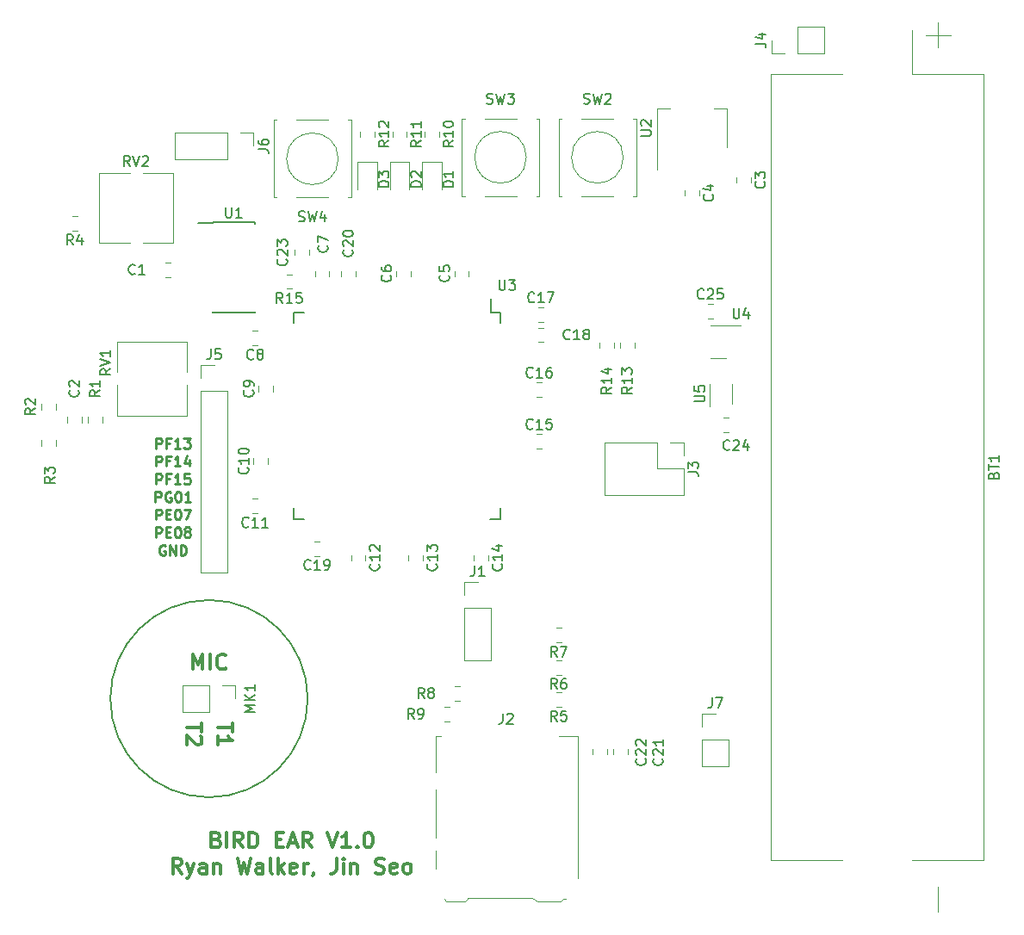
<source format=gbr>
G04 #@! TF.GenerationSoftware,KiCad,Pcbnew,5.0.2+dfsg1-1~bpo9+1*
G04 #@! TF.CreationDate,2019-10-12T12:41:39-07:00*
G04 #@! TF.ProjectId,birdEar,62697264-4561-4722-9e6b-696361645f70,rev?*
G04 #@! TF.SameCoordinates,Original*
G04 #@! TF.FileFunction,Legend,Top*
G04 #@! TF.FilePolarity,Positive*
%FSLAX46Y46*%
G04 Gerber Fmt 4.6, Leading zero omitted, Abs format (unit mm)*
G04 Created by KiCad (PCBNEW 5.0.2+dfsg1-1~bpo9+1) date Sat 12 Oct 2019 12:41:39 PM PDT*
%MOMM*%
%LPD*%
G01*
G04 APERTURE LIST*
%ADD10C,0.300000*%
%ADD11C,0.250000*%
%ADD12C,0.200000*%
%ADD13C,0.150000*%
%ADD14C,0.120000*%
G04 APERTURE END LIST*
D10*
X85571142Y-159653857D02*
X85785428Y-159725285D01*
X85856857Y-159796714D01*
X85928285Y-159939571D01*
X85928285Y-160153857D01*
X85856857Y-160296714D01*
X85785428Y-160368142D01*
X85642571Y-160439571D01*
X85071142Y-160439571D01*
X85071142Y-158939571D01*
X85571142Y-158939571D01*
X85714000Y-159011000D01*
X85785428Y-159082428D01*
X85856857Y-159225285D01*
X85856857Y-159368142D01*
X85785428Y-159511000D01*
X85714000Y-159582428D01*
X85571142Y-159653857D01*
X85071142Y-159653857D01*
X86571142Y-160439571D02*
X86571142Y-158939571D01*
X88142571Y-160439571D02*
X87642571Y-159725285D01*
X87285428Y-160439571D02*
X87285428Y-158939571D01*
X87856857Y-158939571D01*
X87999714Y-159011000D01*
X88071142Y-159082428D01*
X88142571Y-159225285D01*
X88142571Y-159439571D01*
X88071142Y-159582428D01*
X87999714Y-159653857D01*
X87856857Y-159725285D01*
X87285428Y-159725285D01*
X88785428Y-160439571D02*
X88785428Y-158939571D01*
X89142571Y-158939571D01*
X89356857Y-159011000D01*
X89499714Y-159153857D01*
X89571142Y-159296714D01*
X89642571Y-159582428D01*
X89642571Y-159796714D01*
X89571142Y-160082428D01*
X89499714Y-160225285D01*
X89356857Y-160368142D01*
X89142571Y-160439571D01*
X88785428Y-160439571D01*
X91428285Y-159653857D02*
X91928285Y-159653857D01*
X92142571Y-160439571D02*
X91428285Y-160439571D01*
X91428285Y-158939571D01*
X92142571Y-158939571D01*
X92714000Y-160011000D02*
X93428285Y-160011000D01*
X92571142Y-160439571D02*
X93071142Y-158939571D01*
X93571142Y-160439571D01*
X94928285Y-160439571D02*
X94428285Y-159725285D01*
X94071142Y-160439571D02*
X94071142Y-158939571D01*
X94642571Y-158939571D01*
X94785428Y-159011000D01*
X94856857Y-159082428D01*
X94928285Y-159225285D01*
X94928285Y-159439571D01*
X94856857Y-159582428D01*
X94785428Y-159653857D01*
X94642571Y-159725285D01*
X94071142Y-159725285D01*
X96499714Y-158939571D02*
X96999714Y-160439571D01*
X97499714Y-158939571D01*
X98785428Y-160439571D02*
X97928285Y-160439571D01*
X98356857Y-160439571D02*
X98356857Y-158939571D01*
X98214000Y-159153857D01*
X98071142Y-159296714D01*
X97928285Y-159368142D01*
X99428285Y-160296714D02*
X99499714Y-160368142D01*
X99428285Y-160439571D01*
X99356857Y-160368142D01*
X99428285Y-160296714D01*
X99428285Y-160439571D01*
X100428285Y-158939571D02*
X100571142Y-158939571D01*
X100714000Y-159011000D01*
X100785428Y-159082428D01*
X100856857Y-159225285D01*
X100928285Y-159511000D01*
X100928285Y-159868142D01*
X100856857Y-160153857D01*
X100785428Y-160296714D01*
X100714000Y-160368142D01*
X100571142Y-160439571D01*
X100428285Y-160439571D01*
X100285428Y-160368142D01*
X100214000Y-160296714D01*
X100142571Y-160153857D01*
X100071142Y-159868142D01*
X100071142Y-159511000D01*
X100142571Y-159225285D01*
X100214000Y-159082428D01*
X100285428Y-159011000D01*
X100428285Y-158939571D01*
X82142571Y-162989571D02*
X81642571Y-162275285D01*
X81285428Y-162989571D02*
X81285428Y-161489571D01*
X81856857Y-161489571D01*
X81999714Y-161561000D01*
X82071142Y-161632428D01*
X82142571Y-161775285D01*
X82142571Y-161989571D01*
X82071142Y-162132428D01*
X81999714Y-162203857D01*
X81856857Y-162275285D01*
X81285428Y-162275285D01*
X82642571Y-161989571D02*
X82999714Y-162989571D01*
X83356857Y-161989571D02*
X82999714Y-162989571D01*
X82856857Y-163346714D01*
X82785428Y-163418142D01*
X82642571Y-163489571D01*
X84571142Y-162989571D02*
X84571142Y-162203857D01*
X84499714Y-162061000D01*
X84356857Y-161989571D01*
X84071142Y-161989571D01*
X83928285Y-162061000D01*
X84571142Y-162918142D02*
X84428285Y-162989571D01*
X84071142Y-162989571D01*
X83928285Y-162918142D01*
X83856857Y-162775285D01*
X83856857Y-162632428D01*
X83928285Y-162489571D01*
X84071142Y-162418142D01*
X84428285Y-162418142D01*
X84571142Y-162346714D01*
X85285428Y-161989571D02*
X85285428Y-162989571D01*
X85285428Y-162132428D02*
X85356857Y-162061000D01*
X85499714Y-161989571D01*
X85714000Y-161989571D01*
X85856857Y-162061000D01*
X85928285Y-162203857D01*
X85928285Y-162989571D01*
X87642571Y-161489571D02*
X87999714Y-162989571D01*
X88285428Y-161918142D01*
X88571142Y-162989571D01*
X88928285Y-161489571D01*
X90142571Y-162989571D02*
X90142571Y-162203857D01*
X90071142Y-162061000D01*
X89928285Y-161989571D01*
X89642571Y-161989571D01*
X89499714Y-162061000D01*
X90142571Y-162918142D02*
X89999714Y-162989571D01*
X89642571Y-162989571D01*
X89499714Y-162918142D01*
X89428285Y-162775285D01*
X89428285Y-162632428D01*
X89499714Y-162489571D01*
X89642571Y-162418142D01*
X89999714Y-162418142D01*
X90142571Y-162346714D01*
X91071142Y-162989571D02*
X90928285Y-162918142D01*
X90856857Y-162775285D01*
X90856857Y-161489571D01*
X91642571Y-162989571D02*
X91642571Y-161489571D01*
X91785428Y-162418142D02*
X92214000Y-162989571D01*
X92214000Y-161989571D02*
X91642571Y-162561000D01*
X93428285Y-162918142D02*
X93285428Y-162989571D01*
X92999714Y-162989571D01*
X92856857Y-162918142D01*
X92785428Y-162775285D01*
X92785428Y-162203857D01*
X92856857Y-162061000D01*
X92999714Y-161989571D01*
X93285428Y-161989571D01*
X93428285Y-162061000D01*
X93499714Y-162203857D01*
X93499714Y-162346714D01*
X92785428Y-162489571D01*
X94142571Y-162989571D02*
X94142571Y-161989571D01*
X94142571Y-162275285D02*
X94214000Y-162132428D01*
X94285428Y-162061000D01*
X94428285Y-161989571D01*
X94571142Y-161989571D01*
X95142571Y-162918142D02*
X95142571Y-162989571D01*
X95071142Y-163132428D01*
X94999714Y-163203857D01*
X97356857Y-161489571D02*
X97356857Y-162561000D01*
X97285428Y-162775285D01*
X97142571Y-162918142D01*
X96928285Y-162989571D01*
X96785428Y-162989571D01*
X98071142Y-162989571D02*
X98071142Y-161989571D01*
X98071142Y-161489571D02*
X97999714Y-161561000D01*
X98071142Y-161632428D01*
X98142571Y-161561000D01*
X98071142Y-161489571D01*
X98071142Y-161632428D01*
X98785428Y-161989571D02*
X98785428Y-162989571D01*
X98785428Y-162132428D02*
X98856857Y-162061000D01*
X98999714Y-161989571D01*
X99214000Y-161989571D01*
X99356857Y-162061000D01*
X99428285Y-162203857D01*
X99428285Y-162989571D01*
X101214000Y-162918142D02*
X101428285Y-162989571D01*
X101785428Y-162989571D01*
X101928285Y-162918142D01*
X101999714Y-162846714D01*
X102071142Y-162703857D01*
X102071142Y-162561000D01*
X101999714Y-162418142D01*
X101928285Y-162346714D01*
X101785428Y-162275285D01*
X101499714Y-162203857D01*
X101356857Y-162132428D01*
X101285428Y-162061000D01*
X101214000Y-161918142D01*
X101214000Y-161775285D01*
X101285428Y-161632428D01*
X101356857Y-161561000D01*
X101499714Y-161489571D01*
X101856857Y-161489571D01*
X102071142Y-161561000D01*
X103285428Y-162918142D02*
X103142571Y-162989571D01*
X102856857Y-162989571D01*
X102714000Y-162918142D01*
X102642571Y-162775285D01*
X102642571Y-162203857D01*
X102714000Y-162061000D01*
X102856857Y-161989571D01*
X103142571Y-161989571D01*
X103285428Y-162061000D01*
X103356857Y-162203857D01*
X103356857Y-162346714D01*
X102642571Y-162489571D01*
X104214000Y-162989571D02*
X104071142Y-162918142D01*
X103999714Y-162846714D01*
X103928285Y-162703857D01*
X103928285Y-162275285D01*
X103999714Y-162132428D01*
X104071142Y-162061000D01*
X104214000Y-161989571D01*
X104428285Y-161989571D01*
X104571142Y-162061000D01*
X104642571Y-162132428D01*
X104714000Y-162275285D01*
X104714000Y-162703857D01*
X104642571Y-162846714D01*
X104571142Y-162918142D01*
X104428285Y-162989571D01*
X104214000Y-162989571D01*
D11*
X79637142Y-121186380D02*
X79637142Y-120186380D01*
X80018095Y-120186380D01*
X80113333Y-120234000D01*
X80160952Y-120281619D01*
X80208571Y-120376857D01*
X80208571Y-120519714D01*
X80160952Y-120614952D01*
X80113333Y-120662571D01*
X80018095Y-120710190D01*
X79637142Y-120710190D01*
X80970476Y-120662571D02*
X80637142Y-120662571D01*
X80637142Y-121186380D02*
X80637142Y-120186380D01*
X81113333Y-120186380D01*
X82018095Y-121186380D02*
X81446666Y-121186380D01*
X81732380Y-121186380D02*
X81732380Y-120186380D01*
X81637142Y-120329238D01*
X81541904Y-120424476D01*
X81446666Y-120472095D01*
X82351428Y-120186380D02*
X82970476Y-120186380D01*
X82637142Y-120567333D01*
X82780000Y-120567333D01*
X82875238Y-120614952D01*
X82922857Y-120662571D01*
X82970476Y-120757809D01*
X82970476Y-120995904D01*
X82922857Y-121091142D01*
X82875238Y-121138761D01*
X82780000Y-121186380D01*
X82494285Y-121186380D01*
X82399047Y-121138761D01*
X82351428Y-121091142D01*
X79637142Y-122936380D02*
X79637142Y-121936380D01*
X80018095Y-121936380D01*
X80113333Y-121984000D01*
X80160952Y-122031619D01*
X80208571Y-122126857D01*
X80208571Y-122269714D01*
X80160952Y-122364952D01*
X80113333Y-122412571D01*
X80018095Y-122460190D01*
X79637142Y-122460190D01*
X80970476Y-122412571D02*
X80637142Y-122412571D01*
X80637142Y-122936380D02*
X80637142Y-121936380D01*
X81113333Y-121936380D01*
X82018095Y-122936380D02*
X81446666Y-122936380D01*
X81732380Y-122936380D02*
X81732380Y-121936380D01*
X81637142Y-122079238D01*
X81541904Y-122174476D01*
X81446666Y-122222095D01*
X82875238Y-122269714D02*
X82875238Y-122936380D01*
X82637142Y-121888761D02*
X82399047Y-122603047D01*
X83018095Y-122603047D01*
X79637142Y-124686380D02*
X79637142Y-123686380D01*
X80018095Y-123686380D01*
X80113333Y-123734000D01*
X80160952Y-123781619D01*
X80208571Y-123876857D01*
X80208571Y-124019714D01*
X80160952Y-124114952D01*
X80113333Y-124162571D01*
X80018095Y-124210190D01*
X79637142Y-124210190D01*
X80970476Y-124162571D02*
X80637142Y-124162571D01*
X80637142Y-124686380D02*
X80637142Y-123686380D01*
X81113333Y-123686380D01*
X82018095Y-124686380D02*
X81446666Y-124686380D01*
X81732380Y-124686380D02*
X81732380Y-123686380D01*
X81637142Y-123829238D01*
X81541904Y-123924476D01*
X81446666Y-123972095D01*
X82922857Y-123686380D02*
X82446666Y-123686380D01*
X82399047Y-124162571D01*
X82446666Y-124114952D01*
X82541904Y-124067333D01*
X82780000Y-124067333D01*
X82875238Y-124114952D01*
X82922857Y-124162571D01*
X82970476Y-124257809D01*
X82970476Y-124495904D01*
X82922857Y-124591142D01*
X82875238Y-124638761D01*
X82780000Y-124686380D01*
X82541904Y-124686380D01*
X82446666Y-124638761D01*
X82399047Y-124591142D01*
X79565714Y-126436380D02*
X79565714Y-125436380D01*
X79946666Y-125436380D01*
X80041904Y-125484000D01*
X80089523Y-125531619D01*
X80137142Y-125626857D01*
X80137142Y-125769714D01*
X80089523Y-125864952D01*
X80041904Y-125912571D01*
X79946666Y-125960190D01*
X79565714Y-125960190D01*
X81089523Y-125484000D02*
X80994285Y-125436380D01*
X80851428Y-125436380D01*
X80708571Y-125484000D01*
X80613333Y-125579238D01*
X80565714Y-125674476D01*
X80518095Y-125864952D01*
X80518095Y-126007809D01*
X80565714Y-126198285D01*
X80613333Y-126293523D01*
X80708571Y-126388761D01*
X80851428Y-126436380D01*
X80946666Y-126436380D01*
X81089523Y-126388761D01*
X81137142Y-126341142D01*
X81137142Y-126007809D01*
X80946666Y-126007809D01*
X81756190Y-125436380D02*
X81851428Y-125436380D01*
X81946666Y-125484000D01*
X81994285Y-125531619D01*
X82041904Y-125626857D01*
X82089523Y-125817333D01*
X82089523Y-126055428D01*
X82041904Y-126245904D01*
X81994285Y-126341142D01*
X81946666Y-126388761D01*
X81851428Y-126436380D01*
X81756190Y-126436380D01*
X81660952Y-126388761D01*
X81613333Y-126341142D01*
X81565714Y-126245904D01*
X81518095Y-126055428D01*
X81518095Y-125817333D01*
X81565714Y-125626857D01*
X81613333Y-125531619D01*
X81660952Y-125484000D01*
X81756190Y-125436380D01*
X83041904Y-126436380D02*
X82470476Y-126436380D01*
X82756190Y-126436380D02*
X82756190Y-125436380D01*
X82660952Y-125579238D01*
X82565714Y-125674476D01*
X82470476Y-125722095D01*
X79613333Y-128186380D02*
X79613333Y-127186380D01*
X79994285Y-127186380D01*
X80089523Y-127234000D01*
X80137142Y-127281619D01*
X80184761Y-127376857D01*
X80184761Y-127519714D01*
X80137142Y-127614952D01*
X80089523Y-127662571D01*
X79994285Y-127710190D01*
X79613333Y-127710190D01*
X80613333Y-127662571D02*
X80946666Y-127662571D01*
X81089523Y-128186380D02*
X80613333Y-128186380D01*
X80613333Y-127186380D01*
X81089523Y-127186380D01*
X81708571Y-127186380D02*
X81803809Y-127186380D01*
X81899047Y-127234000D01*
X81946666Y-127281619D01*
X81994285Y-127376857D01*
X82041904Y-127567333D01*
X82041904Y-127805428D01*
X81994285Y-127995904D01*
X81946666Y-128091142D01*
X81899047Y-128138761D01*
X81803809Y-128186380D01*
X81708571Y-128186380D01*
X81613333Y-128138761D01*
X81565714Y-128091142D01*
X81518095Y-127995904D01*
X81470476Y-127805428D01*
X81470476Y-127567333D01*
X81518095Y-127376857D01*
X81565714Y-127281619D01*
X81613333Y-127234000D01*
X81708571Y-127186380D01*
X82375238Y-127186380D02*
X83041904Y-127186380D01*
X82613333Y-128186380D01*
X79613333Y-129936380D02*
X79613333Y-128936380D01*
X79994285Y-128936380D01*
X80089523Y-128984000D01*
X80137142Y-129031619D01*
X80184761Y-129126857D01*
X80184761Y-129269714D01*
X80137142Y-129364952D01*
X80089523Y-129412571D01*
X79994285Y-129460190D01*
X79613333Y-129460190D01*
X80613333Y-129412571D02*
X80946666Y-129412571D01*
X81089523Y-129936380D02*
X80613333Y-129936380D01*
X80613333Y-128936380D01*
X81089523Y-128936380D01*
X81708571Y-128936380D02*
X81803809Y-128936380D01*
X81899047Y-128984000D01*
X81946666Y-129031619D01*
X81994285Y-129126857D01*
X82041904Y-129317333D01*
X82041904Y-129555428D01*
X81994285Y-129745904D01*
X81946666Y-129841142D01*
X81899047Y-129888761D01*
X81803809Y-129936380D01*
X81708571Y-129936380D01*
X81613333Y-129888761D01*
X81565714Y-129841142D01*
X81518095Y-129745904D01*
X81470476Y-129555428D01*
X81470476Y-129317333D01*
X81518095Y-129126857D01*
X81565714Y-129031619D01*
X81613333Y-128984000D01*
X81708571Y-128936380D01*
X82613333Y-129364952D02*
X82518095Y-129317333D01*
X82470476Y-129269714D01*
X82422857Y-129174476D01*
X82422857Y-129126857D01*
X82470476Y-129031619D01*
X82518095Y-128984000D01*
X82613333Y-128936380D01*
X82803809Y-128936380D01*
X82899047Y-128984000D01*
X82946666Y-129031619D01*
X82994285Y-129126857D01*
X82994285Y-129174476D01*
X82946666Y-129269714D01*
X82899047Y-129317333D01*
X82803809Y-129364952D01*
X82613333Y-129364952D01*
X82518095Y-129412571D01*
X82470476Y-129460190D01*
X82422857Y-129555428D01*
X82422857Y-129745904D01*
X82470476Y-129841142D01*
X82518095Y-129888761D01*
X82613333Y-129936380D01*
X82803809Y-129936380D01*
X82899047Y-129888761D01*
X82946666Y-129841142D01*
X82994285Y-129745904D01*
X82994285Y-129555428D01*
X82946666Y-129460190D01*
X82899047Y-129412571D01*
X82803809Y-129364952D01*
X80518095Y-130734000D02*
X80422857Y-130686380D01*
X80280000Y-130686380D01*
X80137142Y-130734000D01*
X80041904Y-130829238D01*
X79994285Y-130924476D01*
X79946666Y-131114952D01*
X79946666Y-131257809D01*
X79994285Y-131448285D01*
X80041904Y-131543523D01*
X80137142Y-131638761D01*
X80280000Y-131686380D01*
X80375238Y-131686380D01*
X80518095Y-131638761D01*
X80565714Y-131591142D01*
X80565714Y-131257809D01*
X80375238Y-131257809D01*
X80994285Y-131686380D02*
X80994285Y-130686380D01*
X81565714Y-131686380D01*
X81565714Y-130686380D01*
X82041904Y-131686380D02*
X82041904Y-130686380D01*
X82280000Y-130686380D01*
X82422857Y-130734000D01*
X82518095Y-130829238D01*
X82565714Y-130924476D01*
X82613333Y-131114952D01*
X82613333Y-131257809D01*
X82565714Y-131448285D01*
X82518095Y-131543523D01*
X82422857Y-131638761D01*
X82280000Y-131686380D01*
X82041904Y-131686380D01*
D10*
X84133428Y-148209142D02*
X84133428Y-149066285D01*
X82633428Y-148637714D02*
X84133428Y-148637714D01*
X83990571Y-149494857D02*
X84062000Y-149566285D01*
X84133428Y-149709142D01*
X84133428Y-150066285D01*
X84062000Y-150209142D01*
X83990571Y-150280571D01*
X83847714Y-150352000D01*
X83704857Y-150352000D01*
X83490571Y-150280571D01*
X82633428Y-149423428D01*
X82633428Y-150352000D01*
X87181428Y-148209142D02*
X87181428Y-149066285D01*
X85681428Y-148637714D02*
X87181428Y-148637714D01*
X85681428Y-150352000D02*
X85681428Y-149494857D01*
X85681428Y-149923428D02*
X87181428Y-149923428D01*
X86967142Y-149780571D01*
X86824285Y-149637714D01*
X86752857Y-149494857D01*
X83228857Y-142918571D02*
X83228857Y-141418571D01*
X83728857Y-142490000D01*
X84228857Y-141418571D01*
X84228857Y-142918571D01*
X84943142Y-142918571D02*
X84943142Y-141418571D01*
X86514571Y-142775714D02*
X86443142Y-142847142D01*
X86228857Y-142918571D01*
X86086000Y-142918571D01*
X85871714Y-142847142D01*
X85728857Y-142704285D01*
X85657428Y-142561428D01*
X85586000Y-142275714D01*
X85586000Y-142061428D01*
X85657428Y-141775714D01*
X85728857Y-141632857D01*
X85871714Y-141490000D01*
X86086000Y-141418571D01*
X86228857Y-141418571D01*
X86443142Y-141490000D01*
X86514571Y-141561428D01*
D12*
X94536000Y-145796000D02*
G75*
G03X94536000Y-145796000I-9700000J0D01*
G01*
D13*
G04 #@! TO.C,U3*
X112530000Y-107785000D02*
X112530000Y-106485000D01*
X113505000Y-128135000D02*
X113505000Y-127085000D01*
X93155000Y-128135000D02*
X93155000Y-127085000D01*
X93155000Y-107785000D02*
X93155000Y-108835000D01*
X113505000Y-107785000D02*
X113505000Y-108835000D01*
X93155000Y-107785000D02*
X94205000Y-107785000D01*
X93155000Y-128135000D02*
X94205000Y-128135000D01*
X113505000Y-128135000D02*
X112455000Y-128135000D01*
X113505000Y-107785000D02*
X112530000Y-107785000D01*
D14*
G04 #@! TO.C,J3*
X131505000Y-120590000D02*
X131505000Y-121920000D01*
X130175000Y-120590000D02*
X131505000Y-120590000D01*
X131505000Y-123190000D02*
X131505000Y-125790000D01*
X128905000Y-123190000D02*
X131505000Y-123190000D01*
X128905000Y-120590000D02*
X128905000Y-123190000D01*
X131505000Y-125790000D02*
X123765000Y-125790000D01*
X128905000Y-120590000D02*
X123765000Y-120590000D01*
X123765000Y-120590000D02*
X123765000Y-125790000D01*
G04 #@! TO.C,R15*
X92968578Y-104065000D02*
X92451422Y-104065000D01*
X92968578Y-105485000D02*
X92451422Y-105485000D01*
G04 #@! TO.C,C23*
X93270000Y-101673922D02*
X93270000Y-102191078D01*
X94690000Y-101673922D02*
X94690000Y-102191078D01*
G04 #@! TO.C,J7*
X133290000Y-147260000D02*
X134620000Y-147260000D01*
X133290000Y-148590000D02*
X133290000Y-147260000D01*
X133290000Y-149860000D02*
X135950000Y-149860000D01*
X135950000Y-149860000D02*
X135950000Y-152460000D01*
X133290000Y-149860000D02*
X133290000Y-152460000D01*
X133290000Y-152460000D02*
X135950000Y-152460000D01*
G04 #@! TO.C,RV2*
X81284000Y-94116000D02*
X81284000Y-100956000D01*
X74044000Y-94116000D02*
X74044000Y-100956000D01*
X78374000Y-100956000D02*
X81284000Y-100956000D01*
X74044000Y-100956000D02*
X77074000Y-100956000D01*
X78374000Y-94116000D02*
X81284000Y-94116000D01*
X74044000Y-94116000D02*
X77074000Y-94116000D01*
G04 #@! TO.C,RV1*
X75828000Y-117980000D02*
X75828000Y-114950000D01*
X75828000Y-113650000D02*
X75828000Y-110740000D01*
X82668000Y-117980000D02*
X82668000Y-114950000D01*
X82668000Y-113650000D02*
X82668000Y-110740000D01*
X75828000Y-117980000D02*
X82668000Y-117980000D01*
X75828000Y-110740000D02*
X82668000Y-110740000D01*
G04 #@! TO.C,J6*
X81474000Y-90110000D02*
X81474000Y-92770000D01*
X86614000Y-90110000D02*
X81474000Y-90110000D01*
X86614000Y-92770000D02*
X81474000Y-92770000D01*
X86614000Y-90110000D02*
X86614000Y-92770000D01*
X87884000Y-90110000D02*
X89214000Y-90110000D01*
X89214000Y-90110000D02*
X89214000Y-91440000D01*
G04 #@! TO.C,J5*
X84014000Y-133410000D02*
X86674000Y-133410000D01*
X84014000Y-115570000D02*
X84014000Y-133410000D01*
X86674000Y-115570000D02*
X86674000Y-133410000D01*
X84014000Y-115570000D02*
X86674000Y-115570000D01*
X84014000Y-114300000D02*
X84014000Y-112970000D01*
X84014000Y-112970000D02*
X85344000Y-112970000D01*
G04 #@! TO.C,MK1*
X82236000Y-144466000D02*
X82236000Y-147126000D01*
X84836000Y-144466000D02*
X82236000Y-144466000D01*
X84836000Y-147126000D02*
X82236000Y-147126000D01*
X84836000Y-144466000D02*
X84836000Y-147126000D01*
X86106000Y-144466000D02*
X87436000Y-144466000D01*
X87436000Y-144466000D02*
X87436000Y-145796000D01*
G04 #@! TO.C,U4*
X135636000Y-112354000D02*
X134136000Y-112354000D01*
X137136000Y-109134000D02*
X134136000Y-109134000D01*
G04 #@! TO.C,BT1*
X153970000Y-84400000D02*
X153970000Y-80040000D01*
X140090000Y-84400000D02*
X147090000Y-84400000D01*
X140090000Y-161680000D02*
X140090000Y-84400000D01*
X147090000Y-161680000D02*
X140090000Y-161680000D01*
X160970000Y-84400000D02*
X153970000Y-84400000D01*
X160970000Y-161680000D02*
X160970000Y-84400000D01*
X153970000Y-161680000D02*
X160950000Y-161680000D01*
X156530000Y-166790000D02*
X156530000Y-164290000D01*
X156530000Y-79290000D02*
X156530000Y-81790000D01*
X155280000Y-80540000D02*
X157780000Y-80540000D01*
G04 #@! TO.C,SW4*
X91186000Y-96520000D02*
X91186000Y-88900000D01*
X91186000Y-88900000D02*
X91486000Y-88900000D01*
X98806000Y-88900000D02*
X98806000Y-96520000D01*
X91186000Y-96520000D02*
X91486000Y-96520000D01*
X93426000Y-88900000D02*
X96566000Y-88900000D01*
X93426000Y-96520000D02*
X96566000Y-96520000D01*
X98506000Y-88900000D02*
X98806000Y-88900000D01*
X98506000Y-96520000D02*
X98806000Y-96520000D01*
X97536000Y-92710000D02*
G75*
G03X97536000Y-92710000I-2540000J0D01*
G01*
G04 #@! TO.C,SW3*
X116030000Y-92560000D02*
G75*
G03X116030000Y-92560000I-2540000J0D01*
G01*
X117000000Y-96370000D02*
X117300000Y-96370000D01*
X117000000Y-88750000D02*
X117300000Y-88750000D01*
X111920000Y-96370000D02*
X115060000Y-96370000D01*
X111920000Y-88750000D02*
X115060000Y-88750000D01*
X109680000Y-96370000D02*
X109980000Y-96370000D01*
X117300000Y-88750000D02*
X117300000Y-96370000D01*
X109680000Y-88750000D02*
X109980000Y-88750000D01*
X109680000Y-96370000D02*
X109680000Y-88750000D01*
G04 #@! TO.C,SW2*
X119205000Y-96370000D02*
X119205000Y-88750000D01*
X119205000Y-88750000D02*
X119505000Y-88750000D01*
X126825000Y-88750000D02*
X126825000Y-96370000D01*
X119205000Y-96370000D02*
X119505000Y-96370000D01*
X121445000Y-88750000D02*
X124585000Y-88750000D01*
X121445000Y-96370000D02*
X124585000Y-96370000D01*
X126525000Y-88750000D02*
X126825000Y-88750000D01*
X126525000Y-96370000D02*
X126825000Y-96370000D01*
X125555000Y-92560000D02*
G75*
G03X125555000Y-92560000I-2540000J0D01*
G01*
G04 #@! TO.C,C1*
X81030578Y-104342000D02*
X80513422Y-104342000D01*
X81030578Y-102922000D02*
X80513422Y-102922000D01*
G04 #@! TO.C,C2*
X70918000Y-118105422D02*
X70918000Y-118622578D01*
X72338000Y-118105422D02*
X72338000Y-118622578D01*
G04 #@! TO.C,C3*
X138120000Y-94521422D02*
X138120000Y-95038578D01*
X136700000Y-94521422D02*
X136700000Y-95038578D01*
G04 #@! TO.C,C4*
X131620000Y-95791422D02*
X131620000Y-96308578D01*
X133040000Y-95791422D02*
X133040000Y-96308578D01*
G04 #@! TO.C,C5*
X108970000Y-104248578D02*
X108970000Y-103731422D01*
X110390000Y-104248578D02*
X110390000Y-103731422D01*
G04 #@! TO.C,C6*
X104675000Y-104248578D02*
X104675000Y-103731422D01*
X103255000Y-104248578D02*
X103255000Y-103731422D01*
G04 #@! TO.C,C7*
X95250000Y-104298578D02*
X95250000Y-103781422D01*
X96670000Y-104298578D02*
X96670000Y-103781422D01*
G04 #@! TO.C,C8*
X89618578Y-109630000D02*
X89101422Y-109630000D01*
X89618578Y-111050000D02*
X89101422Y-111050000D01*
G04 #@! TO.C,C9*
X89714000Y-115574578D02*
X89714000Y-115057422D01*
X91134000Y-115574578D02*
X91134000Y-115057422D01*
G04 #@! TO.C,C10*
X90626000Y-122686578D02*
X90626000Y-122169422D01*
X89206000Y-122686578D02*
X89206000Y-122169422D01*
G04 #@! TO.C,C11*
X89618578Y-127560000D02*
X89101422Y-127560000D01*
X89618578Y-126140000D02*
X89101422Y-126140000D01*
G04 #@! TO.C,C12*
X98810000Y-131671422D02*
X98810000Y-132188578D01*
X100230000Y-131671422D02*
X100230000Y-132188578D01*
G04 #@! TO.C,C13*
X105866000Y-131671422D02*
X105866000Y-132188578D01*
X104446000Y-131671422D02*
X104446000Y-132188578D01*
G04 #@! TO.C,C24*
X135377422Y-119582000D02*
X135894578Y-119582000D01*
X135377422Y-118162000D02*
X135894578Y-118162000D01*
G04 #@! TO.C,C22*
X122578000Y-150749422D02*
X122578000Y-151266578D01*
X123998000Y-150749422D02*
X123998000Y-151266578D01*
G04 #@! TO.C,C21*
X125998000Y-150749422D02*
X125998000Y-151266578D01*
X124578000Y-150749422D02*
X124578000Y-151266578D01*
G04 #@! TO.C,C20*
X99262000Y-104298578D02*
X99262000Y-103781422D01*
X97842000Y-104298578D02*
X97842000Y-103781422D01*
G04 #@! TO.C,C19*
X95718578Y-131750000D02*
X95201422Y-131750000D01*
X95718578Y-130330000D02*
X95201422Y-130330000D01*
G04 #@! TO.C,C18*
X117201422Y-110742000D02*
X117718578Y-110742000D01*
X117201422Y-109322000D02*
X117718578Y-109322000D01*
G04 #@! TO.C,C17*
X117201422Y-107322000D02*
X117718578Y-107322000D01*
X117201422Y-108742000D02*
X117718578Y-108742000D01*
G04 #@! TO.C,C16*
X117041422Y-116130000D02*
X117558578Y-116130000D01*
X117041422Y-114710000D02*
X117558578Y-114710000D01*
G04 #@! TO.C,C15*
X117041422Y-119790000D02*
X117558578Y-119790000D01*
X117041422Y-121210000D02*
X117558578Y-121210000D01*
G04 #@! TO.C,C14*
X110875000Y-131671422D02*
X110875000Y-132188578D01*
X112295000Y-131671422D02*
X112295000Y-132188578D01*
G04 #@! TO.C,C25*
X133853422Y-106986000D02*
X134370578Y-106986000D01*
X133853422Y-108406000D02*
X134370578Y-108406000D01*
G04 #@! TO.C,J2*
X117130000Y-165715000D02*
X116620000Y-165365000D01*
X119640000Y-165515000D02*
X119900000Y-165515000D01*
X119440000Y-165715000D02*
X119640000Y-165515000D01*
X110040000Y-165715000D02*
X110250000Y-165515000D01*
X110250000Y-165365000D02*
X110250000Y-165515000D01*
X110250000Y-165365000D02*
X116620000Y-165365000D01*
X107150000Y-160755000D02*
X107150000Y-162555000D01*
X107150000Y-154755000D02*
X107150000Y-159455000D01*
X108180000Y-165715000D02*
X107980000Y-165515000D01*
X108180000Y-165715000D02*
X110040000Y-165715000D01*
X119440000Y-165715000D02*
X117130000Y-165715000D01*
X107150000Y-149445000D02*
X107150000Y-153055000D01*
X107600000Y-149445000D02*
X107150000Y-149445000D01*
X121120000Y-149445000D02*
X121120000Y-163455000D01*
X119200000Y-149445000D02*
X121120000Y-149445000D01*
G04 #@! TO.C,J4*
X145330000Y-82370000D02*
X145330000Y-79710000D01*
X142730000Y-82370000D02*
X145330000Y-82370000D01*
X142730000Y-79710000D02*
X145330000Y-79710000D01*
X142730000Y-82370000D02*
X142730000Y-79710000D01*
X141460000Y-82370000D02*
X140130000Y-82370000D01*
X140130000Y-82370000D02*
X140130000Y-81040000D01*
G04 #@! TO.C,J1*
X109922000Y-142046000D02*
X112582000Y-142046000D01*
X109922000Y-136906000D02*
X109922000Y-142046000D01*
X112582000Y-136906000D02*
X112582000Y-142046000D01*
X109922000Y-136906000D02*
X112582000Y-136906000D01*
X109922000Y-135636000D02*
X109922000Y-134306000D01*
X109922000Y-134306000D02*
X111252000Y-134306000D01*
G04 #@! TO.C,D2*
X104544000Y-95719000D02*
X104544000Y-93034000D01*
X104544000Y-93034000D02*
X102624000Y-93034000D01*
X102624000Y-93034000D02*
X102624000Y-95719000D01*
G04 #@! TO.C,D1*
X105799000Y-93034000D02*
X105799000Y-95719000D01*
X107719000Y-93034000D02*
X105799000Y-93034000D01*
X107719000Y-95719000D02*
X107719000Y-93034000D01*
G04 #@! TO.C,D3*
X101369000Y-95719000D02*
X101369000Y-93034000D01*
X101369000Y-93034000D02*
X99449000Y-93034000D01*
X99449000Y-93034000D02*
X99449000Y-95719000D01*
G04 #@! TO.C,U5*
X136228000Y-116804000D02*
X136228000Y-114834000D01*
X134028000Y-117024000D02*
X134028000Y-114824000D01*
D13*
G04 #@! TO.C,U1*
X85168000Y-98959000D02*
X85168000Y-98984000D01*
X89318000Y-98959000D02*
X89318000Y-99074000D01*
X89318000Y-107859000D02*
X89318000Y-107744000D01*
X85168000Y-107859000D02*
X85168000Y-107744000D01*
X85168000Y-98959000D02*
X89318000Y-98959000D01*
X85168000Y-107859000D02*
X89318000Y-107859000D01*
X85168000Y-98984000D02*
X83793000Y-98984000D01*
D14*
G04 #@! TO.C,U2*
X135740000Y-87790000D02*
X134480000Y-87790000D01*
X128920000Y-87790000D02*
X130180000Y-87790000D01*
X135740000Y-91550000D02*
X135740000Y-87790000D01*
X128920000Y-93800000D02*
X128920000Y-87790000D01*
G04 #@! TO.C,R3*
X68378000Y-120391422D02*
X68378000Y-120908578D01*
X69798000Y-120391422D02*
X69798000Y-120908578D01*
G04 #@! TO.C,R4*
X71886578Y-99770000D02*
X71369422Y-99770000D01*
X71886578Y-98350000D02*
X71369422Y-98350000D01*
G04 #@! TO.C,R5*
X119463578Y-145190000D02*
X118946422Y-145190000D01*
X119463578Y-146610000D02*
X118946422Y-146610000D01*
G04 #@! TO.C,R6*
X119463578Y-143435000D02*
X118946422Y-143435000D01*
X119463578Y-142015000D02*
X118946422Y-142015000D01*
G04 #@! TO.C,R7*
X119463578Y-138840000D02*
X118946422Y-138840000D01*
X119463578Y-140260000D02*
X118946422Y-140260000D01*
G04 #@! TO.C,R8*
X108961422Y-144578000D02*
X109478578Y-144578000D01*
X108961422Y-145998000D02*
X109478578Y-145998000D01*
G04 #@! TO.C,R9*
X107945422Y-148030000D02*
X108462578Y-148030000D01*
X107945422Y-146610000D02*
X108462578Y-146610000D01*
G04 #@! TO.C,R10*
X107469000Y-90015422D02*
X107469000Y-90532578D01*
X106049000Y-90015422D02*
X106049000Y-90532578D01*
G04 #@! TO.C,R11*
X102874000Y-90015422D02*
X102874000Y-90532578D01*
X104294000Y-90015422D02*
X104294000Y-90532578D01*
G04 #@! TO.C,R13*
X126670000Y-110781422D02*
X126670000Y-111298578D01*
X125250000Y-110781422D02*
X125250000Y-111298578D01*
G04 #@! TO.C,R14*
X123250000Y-110781422D02*
X123250000Y-111298578D01*
X124670000Y-110781422D02*
X124670000Y-111298578D01*
G04 #@! TO.C,R1*
X74370000Y-118105422D02*
X74370000Y-118622578D01*
X72950000Y-118105422D02*
X72950000Y-118622578D01*
G04 #@! TO.C,R12*
X99699000Y-90015422D02*
X99699000Y-90532578D01*
X101119000Y-90015422D02*
X101119000Y-90532578D01*
G04 #@! TO.C,R2*
X69798000Y-116835422D02*
X69798000Y-117352578D01*
X68378000Y-116835422D02*
X68378000Y-117352578D01*
G04 #@! TO.C,U3*
D13*
X113363095Y-104608380D02*
X113363095Y-105417904D01*
X113410714Y-105513142D01*
X113458333Y-105560761D01*
X113553571Y-105608380D01*
X113744047Y-105608380D01*
X113839285Y-105560761D01*
X113886904Y-105513142D01*
X113934523Y-105417904D01*
X113934523Y-104608380D01*
X114315476Y-104608380D02*
X114934523Y-104608380D01*
X114601190Y-104989333D01*
X114744047Y-104989333D01*
X114839285Y-105036952D01*
X114886904Y-105084571D01*
X114934523Y-105179809D01*
X114934523Y-105417904D01*
X114886904Y-105513142D01*
X114839285Y-105560761D01*
X114744047Y-105608380D01*
X114458333Y-105608380D01*
X114363095Y-105560761D01*
X114315476Y-105513142D01*
G04 #@! TO.C,J3*
X131957380Y-123523333D02*
X132671666Y-123523333D01*
X132814523Y-123570952D01*
X132909761Y-123666190D01*
X132957380Y-123809047D01*
X132957380Y-123904285D01*
X131957380Y-123142380D02*
X131957380Y-122523333D01*
X132338333Y-122856666D01*
X132338333Y-122713809D01*
X132385952Y-122618571D01*
X132433571Y-122570952D01*
X132528809Y-122523333D01*
X132766904Y-122523333D01*
X132862142Y-122570952D01*
X132909761Y-122618571D01*
X132957380Y-122713809D01*
X132957380Y-122999523D01*
X132909761Y-123094761D01*
X132862142Y-123142380D01*
G04 #@! TO.C,R15*
X92067142Y-106877380D02*
X91733809Y-106401190D01*
X91495714Y-106877380D02*
X91495714Y-105877380D01*
X91876666Y-105877380D01*
X91971904Y-105925000D01*
X92019523Y-105972619D01*
X92067142Y-106067857D01*
X92067142Y-106210714D01*
X92019523Y-106305952D01*
X91971904Y-106353571D01*
X91876666Y-106401190D01*
X91495714Y-106401190D01*
X93019523Y-106877380D02*
X92448095Y-106877380D01*
X92733809Y-106877380D02*
X92733809Y-105877380D01*
X92638571Y-106020238D01*
X92543333Y-106115476D01*
X92448095Y-106163095D01*
X93924285Y-105877380D02*
X93448095Y-105877380D01*
X93400476Y-106353571D01*
X93448095Y-106305952D01*
X93543333Y-106258333D01*
X93781428Y-106258333D01*
X93876666Y-106305952D01*
X93924285Y-106353571D01*
X93971904Y-106448809D01*
X93971904Y-106686904D01*
X93924285Y-106782142D01*
X93876666Y-106829761D01*
X93781428Y-106877380D01*
X93543333Y-106877380D01*
X93448095Y-106829761D01*
X93400476Y-106782142D01*
G04 #@! TO.C,C23*
X92432142Y-102575357D02*
X92479761Y-102622976D01*
X92527380Y-102765833D01*
X92527380Y-102861071D01*
X92479761Y-103003928D01*
X92384523Y-103099166D01*
X92289285Y-103146785D01*
X92098809Y-103194404D01*
X91955952Y-103194404D01*
X91765476Y-103146785D01*
X91670238Y-103099166D01*
X91575000Y-103003928D01*
X91527380Y-102861071D01*
X91527380Y-102765833D01*
X91575000Y-102622976D01*
X91622619Y-102575357D01*
X91622619Y-102194404D02*
X91575000Y-102146785D01*
X91527380Y-102051547D01*
X91527380Y-101813452D01*
X91575000Y-101718214D01*
X91622619Y-101670595D01*
X91717857Y-101622976D01*
X91813095Y-101622976D01*
X91955952Y-101670595D01*
X92527380Y-102242023D01*
X92527380Y-101622976D01*
X91527380Y-101289642D02*
X91527380Y-100670595D01*
X91908333Y-101003928D01*
X91908333Y-100861071D01*
X91955952Y-100765833D01*
X92003571Y-100718214D01*
X92098809Y-100670595D01*
X92336904Y-100670595D01*
X92432142Y-100718214D01*
X92479761Y-100765833D01*
X92527380Y-100861071D01*
X92527380Y-101146785D01*
X92479761Y-101242023D01*
X92432142Y-101289642D01*
G04 #@! TO.C,J7*
X134286666Y-145712380D02*
X134286666Y-146426666D01*
X134239047Y-146569523D01*
X134143809Y-146664761D01*
X134000952Y-146712380D01*
X133905714Y-146712380D01*
X134667619Y-145712380D02*
X135334285Y-145712380D01*
X134905714Y-146712380D01*
G04 #@! TO.C,RV2*
X77068761Y-93438380D02*
X76735428Y-92962190D01*
X76497333Y-93438380D02*
X76497333Y-92438380D01*
X76878285Y-92438380D01*
X76973523Y-92486000D01*
X77021142Y-92533619D01*
X77068761Y-92628857D01*
X77068761Y-92771714D01*
X77021142Y-92866952D01*
X76973523Y-92914571D01*
X76878285Y-92962190D01*
X76497333Y-92962190D01*
X77354476Y-92438380D02*
X77687809Y-93438380D01*
X78021142Y-92438380D01*
X78306857Y-92533619D02*
X78354476Y-92486000D01*
X78449714Y-92438380D01*
X78687809Y-92438380D01*
X78783047Y-92486000D01*
X78830666Y-92533619D01*
X78878285Y-92628857D01*
X78878285Y-92724095D01*
X78830666Y-92866952D01*
X78259238Y-93438380D01*
X78878285Y-93438380D01*
G04 #@! TO.C,RV1*
X75150380Y-113371238D02*
X74674190Y-113704571D01*
X75150380Y-113942666D02*
X74150380Y-113942666D01*
X74150380Y-113561714D01*
X74198000Y-113466476D01*
X74245619Y-113418857D01*
X74340857Y-113371238D01*
X74483714Y-113371238D01*
X74578952Y-113418857D01*
X74626571Y-113466476D01*
X74674190Y-113561714D01*
X74674190Y-113942666D01*
X74150380Y-113085523D02*
X75150380Y-112752190D01*
X74150380Y-112418857D01*
X75150380Y-111561714D02*
X75150380Y-112133142D01*
X75150380Y-111847428D02*
X74150380Y-111847428D01*
X74293238Y-111942666D01*
X74388476Y-112037904D01*
X74436095Y-112133142D01*
G04 #@! TO.C,J6*
X89666380Y-91773333D02*
X90380666Y-91773333D01*
X90523523Y-91820952D01*
X90618761Y-91916190D01*
X90666380Y-92059047D01*
X90666380Y-92154285D01*
X89666380Y-90868571D02*
X89666380Y-91059047D01*
X89714000Y-91154285D01*
X89761619Y-91201904D01*
X89904476Y-91297142D01*
X90094952Y-91344761D01*
X90475904Y-91344761D01*
X90571142Y-91297142D01*
X90618761Y-91249523D01*
X90666380Y-91154285D01*
X90666380Y-90963809D01*
X90618761Y-90868571D01*
X90571142Y-90820952D01*
X90475904Y-90773333D01*
X90237809Y-90773333D01*
X90142571Y-90820952D01*
X90094952Y-90868571D01*
X90047333Y-90963809D01*
X90047333Y-91154285D01*
X90094952Y-91249523D01*
X90142571Y-91297142D01*
X90237809Y-91344761D01*
G04 #@! TO.C,J5*
X85010666Y-111422380D02*
X85010666Y-112136666D01*
X84963047Y-112279523D01*
X84867809Y-112374761D01*
X84724952Y-112422380D01*
X84629714Y-112422380D01*
X85963047Y-111422380D02*
X85486857Y-111422380D01*
X85439238Y-111898571D01*
X85486857Y-111850952D01*
X85582095Y-111803333D01*
X85820190Y-111803333D01*
X85915428Y-111850952D01*
X85963047Y-111898571D01*
X86010666Y-111993809D01*
X86010666Y-112231904D01*
X85963047Y-112327142D01*
X85915428Y-112374761D01*
X85820190Y-112422380D01*
X85582095Y-112422380D01*
X85486857Y-112374761D01*
X85439238Y-112327142D01*
G04 #@! TO.C,MK1*
X89352380Y-147105523D02*
X88352380Y-147105523D01*
X89066666Y-146772190D01*
X88352380Y-146438857D01*
X89352380Y-146438857D01*
X89352380Y-145962666D02*
X88352380Y-145962666D01*
X89352380Y-145391238D02*
X88780952Y-145819809D01*
X88352380Y-145391238D02*
X88923809Y-145962666D01*
X89352380Y-144438857D02*
X89352380Y-145010285D01*
X89352380Y-144724571D02*
X88352380Y-144724571D01*
X88495238Y-144819809D01*
X88590476Y-144915047D01*
X88638095Y-145010285D01*
G04 #@! TO.C,U4*
X136398095Y-107402380D02*
X136398095Y-108211904D01*
X136445714Y-108307142D01*
X136493333Y-108354761D01*
X136588571Y-108402380D01*
X136779047Y-108402380D01*
X136874285Y-108354761D01*
X136921904Y-108307142D01*
X136969523Y-108211904D01*
X136969523Y-107402380D01*
X137874285Y-107735714D02*
X137874285Y-108402380D01*
X137636190Y-107354761D02*
X137398095Y-108069047D01*
X138017142Y-108069047D01*
G04 #@! TO.C,BT1*
X161958571Y-123825714D02*
X162006190Y-123682857D01*
X162053809Y-123635238D01*
X162149047Y-123587619D01*
X162291904Y-123587619D01*
X162387142Y-123635238D01*
X162434761Y-123682857D01*
X162482380Y-123778095D01*
X162482380Y-124159047D01*
X161482380Y-124159047D01*
X161482380Y-123825714D01*
X161530000Y-123730476D01*
X161577619Y-123682857D01*
X161672857Y-123635238D01*
X161768095Y-123635238D01*
X161863333Y-123682857D01*
X161910952Y-123730476D01*
X161958571Y-123825714D01*
X161958571Y-124159047D01*
X161482380Y-123301904D02*
X161482380Y-122730476D01*
X162482380Y-123016190D02*
X161482380Y-123016190D01*
X162482380Y-121873333D02*
X162482380Y-122444761D01*
X162482380Y-122159047D02*
X161482380Y-122159047D01*
X161625238Y-122254285D01*
X161720476Y-122349523D01*
X161768095Y-122444761D01*
G04 #@! TO.C,SW4*
X93662666Y-98829761D02*
X93805523Y-98877380D01*
X94043619Y-98877380D01*
X94138857Y-98829761D01*
X94186476Y-98782142D01*
X94234095Y-98686904D01*
X94234095Y-98591666D01*
X94186476Y-98496428D01*
X94138857Y-98448809D01*
X94043619Y-98401190D01*
X93853142Y-98353571D01*
X93757904Y-98305952D01*
X93710285Y-98258333D01*
X93662666Y-98163095D01*
X93662666Y-98067857D01*
X93710285Y-97972619D01*
X93757904Y-97925000D01*
X93853142Y-97877380D01*
X94091238Y-97877380D01*
X94234095Y-97925000D01*
X94567428Y-97877380D02*
X94805523Y-98877380D01*
X94996000Y-98163095D01*
X95186476Y-98877380D01*
X95424571Y-97877380D01*
X96234095Y-98210714D02*
X96234095Y-98877380D01*
X95996000Y-97829761D02*
X95757904Y-98544047D01*
X96376952Y-98544047D01*
G04 #@! TO.C,SW3*
X112156666Y-87249761D02*
X112299523Y-87297380D01*
X112537619Y-87297380D01*
X112632857Y-87249761D01*
X112680476Y-87202142D01*
X112728095Y-87106904D01*
X112728095Y-87011666D01*
X112680476Y-86916428D01*
X112632857Y-86868809D01*
X112537619Y-86821190D01*
X112347142Y-86773571D01*
X112251904Y-86725952D01*
X112204285Y-86678333D01*
X112156666Y-86583095D01*
X112156666Y-86487857D01*
X112204285Y-86392619D01*
X112251904Y-86345000D01*
X112347142Y-86297380D01*
X112585238Y-86297380D01*
X112728095Y-86345000D01*
X113061428Y-86297380D02*
X113299523Y-87297380D01*
X113490000Y-86583095D01*
X113680476Y-87297380D01*
X113918571Y-86297380D01*
X114204285Y-86297380D02*
X114823333Y-86297380D01*
X114490000Y-86678333D01*
X114632857Y-86678333D01*
X114728095Y-86725952D01*
X114775714Y-86773571D01*
X114823333Y-86868809D01*
X114823333Y-87106904D01*
X114775714Y-87202142D01*
X114728095Y-87249761D01*
X114632857Y-87297380D01*
X114347142Y-87297380D01*
X114251904Y-87249761D01*
X114204285Y-87202142D01*
G04 #@! TO.C,SW2*
X121681666Y-87249761D02*
X121824523Y-87297380D01*
X122062619Y-87297380D01*
X122157857Y-87249761D01*
X122205476Y-87202142D01*
X122253095Y-87106904D01*
X122253095Y-87011666D01*
X122205476Y-86916428D01*
X122157857Y-86868809D01*
X122062619Y-86821190D01*
X121872142Y-86773571D01*
X121776904Y-86725952D01*
X121729285Y-86678333D01*
X121681666Y-86583095D01*
X121681666Y-86487857D01*
X121729285Y-86392619D01*
X121776904Y-86345000D01*
X121872142Y-86297380D01*
X122110238Y-86297380D01*
X122253095Y-86345000D01*
X122586428Y-86297380D02*
X122824523Y-87297380D01*
X123015000Y-86583095D01*
X123205476Y-87297380D01*
X123443571Y-86297380D01*
X123776904Y-86392619D02*
X123824523Y-86345000D01*
X123919761Y-86297380D01*
X124157857Y-86297380D01*
X124253095Y-86345000D01*
X124300714Y-86392619D01*
X124348333Y-86487857D01*
X124348333Y-86583095D01*
X124300714Y-86725952D01*
X123729285Y-87297380D01*
X124348333Y-87297380D01*
G04 #@! TO.C,C1*
X77557333Y-103989142D02*
X77509714Y-104036761D01*
X77366857Y-104084380D01*
X77271619Y-104084380D01*
X77128761Y-104036761D01*
X77033523Y-103941523D01*
X76985904Y-103846285D01*
X76938285Y-103655809D01*
X76938285Y-103512952D01*
X76985904Y-103322476D01*
X77033523Y-103227238D01*
X77128761Y-103132000D01*
X77271619Y-103084380D01*
X77366857Y-103084380D01*
X77509714Y-103132000D01*
X77557333Y-103179619D01*
X78509714Y-104084380D02*
X77938285Y-104084380D01*
X78224000Y-104084380D02*
X78224000Y-103084380D01*
X78128761Y-103227238D01*
X78033523Y-103322476D01*
X77938285Y-103370095D01*
G04 #@! TO.C,C2*
X71985142Y-115482666D02*
X72032761Y-115530285D01*
X72080380Y-115673142D01*
X72080380Y-115768380D01*
X72032761Y-115911238D01*
X71937523Y-116006476D01*
X71842285Y-116054095D01*
X71651809Y-116101714D01*
X71508952Y-116101714D01*
X71318476Y-116054095D01*
X71223238Y-116006476D01*
X71128000Y-115911238D01*
X71080380Y-115768380D01*
X71080380Y-115673142D01*
X71128000Y-115530285D01*
X71175619Y-115482666D01*
X71175619Y-115101714D02*
X71128000Y-115054095D01*
X71080380Y-114958857D01*
X71080380Y-114720761D01*
X71128000Y-114625523D01*
X71175619Y-114577904D01*
X71270857Y-114530285D01*
X71366095Y-114530285D01*
X71508952Y-114577904D01*
X72080380Y-115149333D01*
X72080380Y-114530285D01*
G04 #@! TO.C,C3*
X139417142Y-94946666D02*
X139464761Y-94994285D01*
X139512380Y-95137142D01*
X139512380Y-95232380D01*
X139464761Y-95375238D01*
X139369523Y-95470476D01*
X139274285Y-95518095D01*
X139083809Y-95565714D01*
X138940952Y-95565714D01*
X138750476Y-95518095D01*
X138655238Y-95470476D01*
X138560000Y-95375238D01*
X138512380Y-95232380D01*
X138512380Y-95137142D01*
X138560000Y-94994285D01*
X138607619Y-94946666D01*
X138512380Y-94613333D02*
X138512380Y-93994285D01*
X138893333Y-94327619D01*
X138893333Y-94184761D01*
X138940952Y-94089523D01*
X138988571Y-94041904D01*
X139083809Y-93994285D01*
X139321904Y-93994285D01*
X139417142Y-94041904D01*
X139464761Y-94089523D01*
X139512380Y-94184761D01*
X139512380Y-94470476D01*
X139464761Y-94565714D01*
X139417142Y-94613333D01*
G04 #@! TO.C,C4*
X134337142Y-96216666D02*
X134384761Y-96264285D01*
X134432380Y-96407142D01*
X134432380Y-96502380D01*
X134384761Y-96645238D01*
X134289523Y-96740476D01*
X134194285Y-96788095D01*
X134003809Y-96835714D01*
X133860952Y-96835714D01*
X133670476Y-96788095D01*
X133575238Y-96740476D01*
X133480000Y-96645238D01*
X133432380Y-96502380D01*
X133432380Y-96407142D01*
X133480000Y-96264285D01*
X133527619Y-96216666D01*
X133765714Y-95359523D02*
X134432380Y-95359523D01*
X133384761Y-95597619D02*
X134099047Y-95835714D01*
X134099047Y-95216666D01*
G04 #@! TO.C,C5*
X108387142Y-104156666D02*
X108434761Y-104204285D01*
X108482380Y-104347142D01*
X108482380Y-104442380D01*
X108434761Y-104585238D01*
X108339523Y-104680476D01*
X108244285Y-104728095D01*
X108053809Y-104775714D01*
X107910952Y-104775714D01*
X107720476Y-104728095D01*
X107625238Y-104680476D01*
X107530000Y-104585238D01*
X107482380Y-104442380D01*
X107482380Y-104347142D01*
X107530000Y-104204285D01*
X107577619Y-104156666D01*
X107482380Y-103251904D02*
X107482380Y-103728095D01*
X107958571Y-103775714D01*
X107910952Y-103728095D01*
X107863333Y-103632857D01*
X107863333Y-103394761D01*
X107910952Y-103299523D01*
X107958571Y-103251904D01*
X108053809Y-103204285D01*
X108291904Y-103204285D01*
X108387142Y-103251904D01*
X108434761Y-103299523D01*
X108482380Y-103394761D01*
X108482380Y-103632857D01*
X108434761Y-103728095D01*
X108387142Y-103775714D01*
G04 #@! TO.C,C6*
X102672142Y-104156666D02*
X102719761Y-104204285D01*
X102767380Y-104347142D01*
X102767380Y-104442380D01*
X102719761Y-104585238D01*
X102624523Y-104680476D01*
X102529285Y-104728095D01*
X102338809Y-104775714D01*
X102195952Y-104775714D01*
X102005476Y-104728095D01*
X101910238Y-104680476D01*
X101815000Y-104585238D01*
X101767380Y-104442380D01*
X101767380Y-104347142D01*
X101815000Y-104204285D01*
X101862619Y-104156666D01*
X101767380Y-103299523D02*
X101767380Y-103490000D01*
X101815000Y-103585238D01*
X101862619Y-103632857D01*
X102005476Y-103728095D01*
X102195952Y-103775714D01*
X102576904Y-103775714D01*
X102672142Y-103728095D01*
X102719761Y-103680476D01*
X102767380Y-103585238D01*
X102767380Y-103394761D01*
X102719761Y-103299523D01*
X102672142Y-103251904D01*
X102576904Y-103204285D01*
X102338809Y-103204285D01*
X102243571Y-103251904D01*
X102195952Y-103299523D01*
X102148333Y-103394761D01*
X102148333Y-103585238D01*
X102195952Y-103680476D01*
X102243571Y-103728095D01*
X102338809Y-103775714D01*
G04 #@! TO.C,C7*
X96432142Y-101256666D02*
X96479761Y-101304285D01*
X96527380Y-101447142D01*
X96527380Y-101542380D01*
X96479761Y-101685238D01*
X96384523Y-101780476D01*
X96289285Y-101828095D01*
X96098809Y-101875714D01*
X95955952Y-101875714D01*
X95765476Y-101828095D01*
X95670238Y-101780476D01*
X95575000Y-101685238D01*
X95527380Y-101542380D01*
X95527380Y-101447142D01*
X95575000Y-101304285D01*
X95622619Y-101256666D01*
X95527380Y-100923333D02*
X95527380Y-100256666D01*
X96527380Y-100685238D01*
G04 #@! TO.C,C8*
X89193333Y-112347142D02*
X89145714Y-112394761D01*
X89002857Y-112442380D01*
X88907619Y-112442380D01*
X88764761Y-112394761D01*
X88669523Y-112299523D01*
X88621904Y-112204285D01*
X88574285Y-112013809D01*
X88574285Y-111870952D01*
X88621904Y-111680476D01*
X88669523Y-111585238D01*
X88764761Y-111490000D01*
X88907619Y-111442380D01*
X89002857Y-111442380D01*
X89145714Y-111490000D01*
X89193333Y-111537619D01*
X89764761Y-111870952D02*
X89669523Y-111823333D01*
X89621904Y-111775714D01*
X89574285Y-111680476D01*
X89574285Y-111632857D01*
X89621904Y-111537619D01*
X89669523Y-111490000D01*
X89764761Y-111442380D01*
X89955238Y-111442380D01*
X90050476Y-111490000D01*
X90098095Y-111537619D01*
X90145714Y-111632857D01*
X90145714Y-111680476D01*
X90098095Y-111775714D01*
X90050476Y-111823333D01*
X89955238Y-111870952D01*
X89764761Y-111870952D01*
X89669523Y-111918571D01*
X89621904Y-111966190D01*
X89574285Y-112061428D01*
X89574285Y-112251904D01*
X89621904Y-112347142D01*
X89669523Y-112394761D01*
X89764761Y-112442380D01*
X89955238Y-112442380D01*
X90050476Y-112394761D01*
X90098095Y-112347142D01*
X90145714Y-112251904D01*
X90145714Y-112061428D01*
X90098095Y-111966190D01*
X90050476Y-111918571D01*
X89955238Y-111870952D01*
G04 #@! TO.C,C9*
X89131142Y-115482666D02*
X89178761Y-115530285D01*
X89226380Y-115673142D01*
X89226380Y-115768380D01*
X89178761Y-115911238D01*
X89083523Y-116006476D01*
X88988285Y-116054095D01*
X88797809Y-116101714D01*
X88654952Y-116101714D01*
X88464476Y-116054095D01*
X88369238Y-116006476D01*
X88274000Y-115911238D01*
X88226380Y-115768380D01*
X88226380Y-115673142D01*
X88274000Y-115530285D01*
X88321619Y-115482666D01*
X89226380Y-115006476D02*
X89226380Y-114816000D01*
X89178761Y-114720761D01*
X89131142Y-114673142D01*
X88988285Y-114577904D01*
X88797809Y-114530285D01*
X88416857Y-114530285D01*
X88321619Y-114577904D01*
X88274000Y-114625523D01*
X88226380Y-114720761D01*
X88226380Y-114911238D01*
X88274000Y-115006476D01*
X88321619Y-115054095D01*
X88416857Y-115101714D01*
X88654952Y-115101714D01*
X88750190Y-115054095D01*
X88797809Y-115006476D01*
X88845428Y-114911238D01*
X88845428Y-114720761D01*
X88797809Y-114625523D01*
X88750190Y-114577904D01*
X88654952Y-114530285D01*
G04 #@! TO.C,C10*
X88623142Y-123070857D02*
X88670761Y-123118476D01*
X88718380Y-123261333D01*
X88718380Y-123356571D01*
X88670761Y-123499428D01*
X88575523Y-123594666D01*
X88480285Y-123642285D01*
X88289809Y-123689904D01*
X88146952Y-123689904D01*
X87956476Y-123642285D01*
X87861238Y-123594666D01*
X87766000Y-123499428D01*
X87718380Y-123356571D01*
X87718380Y-123261333D01*
X87766000Y-123118476D01*
X87813619Y-123070857D01*
X88718380Y-122118476D02*
X88718380Y-122689904D01*
X88718380Y-122404190D02*
X87718380Y-122404190D01*
X87861238Y-122499428D01*
X87956476Y-122594666D01*
X88004095Y-122689904D01*
X87718380Y-121499428D02*
X87718380Y-121404190D01*
X87766000Y-121308952D01*
X87813619Y-121261333D01*
X87908857Y-121213714D01*
X88099333Y-121166095D01*
X88337428Y-121166095D01*
X88527904Y-121213714D01*
X88623142Y-121261333D01*
X88670761Y-121308952D01*
X88718380Y-121404190D01*
X88718380Y-121499428D01*
X88670761Y-121594666D01*
X88623142Y-121642285D01*
X88527904Y-121689904D01*
X88337428Y-121737523D01*
X88099333Y-121737523D01*
X87908857Y-121689904D01*
X87813619Y-121642285D01*
X87766000Y-121594666D01*
X87718380Y-121499428D01*
G04 #@! TO.C,C11*
X88717142Y-128857142D02*
X88669523Y-128904761D01*
X88526666Y-128952380D01*
X88431428Y-128952380D01*
X88288571Y-128904761D01*
X88193333Y-128809523D01*
X88145714Y-128714285D01*
X88098095Y-128523809D01*
X88098095Y-128380952D01*
X88145714Y-128190476D01*
X88193333Y-128095238D01*
X88288571Y-128000000D01*
X88431428Y-127952380D01*
X88526666Y-127952380D01*
X88669523Y-128000000D01*
X88717142Y-128047619D01*
X89669523Y-128952380D02*
X89098095Y-128952380D01*
X89383809Y-128952380D02*
X89383809Y-127952380D01*
X89288571Y-128095238D01*
X89193333Y-128190476D01*
X89098095Y-128238095D01*
X90621904Y-128952380D02*
X90050476Y-128952380D01*
X90336190Y-128952380D02*
X90336190Y-127952380D01*
X90240952Y-128095238D01*
X90145714Y-128190476D01*
X90050476Y-128238095D01*
G04 #@! TO.C,C12*
X101527142Y-132572857D02*
X101574761Y-132620476D01*
X101622380Y-132763333D01*
X101622380Y-132858571D01*
X101574761Y-133001428D01*
X101479523Y-133096666D01*
X101384285Y-133144285D01*
X101193809Y-133191904D01*
X101050952Y-133191904D01*
X100860476Y-133144285D01*
X100765238Y-133096666D01*
X100670000Y-133001428D01*
X100622380Y-132858571D01*
X100622380Y-132763333D01*
X100670000Y-132620476D01*
X100717619Y-132572857D01*
X101622380Y-131620476D02*
X101622380Y-132191904D01*
X101622380Y-131906190D02*
X100622380Y-131906190D01*
X100765238Y-132001428D01*
X100860476Y-132096666D01*
X100908095Y-132191904D01*
X100717619Y-131239523D02*
X100670000Y-131191904D01*
X100622380Y-131096666D01*
X100622380Y-130858571D01*
X100670000Y-130763333D01*
X100717619Y-130715714D01*
X100812857Y-130668095D01*
X100908095Y-130668095D01*
X101050952Y-130715714D01*
X101622380Y-131287142D01*
X101622380Y-130668095D01*
G04 #@! TO.C,C13*
X107163142Y-132572857D02*
X107210761Y-132620476D01*
X107258380Y-132763333D01*
X107258380Y-132858571D01*
X107210761Y-133001428D01*
X107115523Y-133096666D01*
X107020285Y-133144285D01*
X106829809Y-133191904D01*
X106686952Y-133191904D01*
X106496476Y-133144285D01*
X106401238Y-133096666D01*
X106306000Y-133001428D01*
X106258380Y-132858571D01*
X106258380Y-132763333D01*
X106306000Y-132620476D01*
X106353619Y-132572857D01*
X107258380Y-131620476D02*
X107258380Y-132191904D01*
X107258380Y-131906190D02*
X106258380Y-131906190D01*
X106401238Y-132001428D01*
X106496476Y-132096666D01*
X106544095Y-132191904D01*
X106258380Y-131287142D02*
X106258380Y-130668095D01*
X106639333Y-131001428D01*
X106639333Y-130858571D01*
X106686952Y-130763333D01*
X106734571Y-130715714D01*
X106829809Y-130668095D01*
X107067904Y-130668095D01*
X107163142Y-130715714D01*
X107210761Y-130763333D01*
X107258380Y-130858571D01*
X107258380Y-131144285D01*
X107210761Y-131239523D01*
X107163142Y-131287142D01*
G04 #@! TO.C,C24*
X136009142Y-121261142D02*
X135961523Y-121308761D01*
X135818666Y-121356380D01*
X135723428Y-121356380D01*
X135580571Y-121308761D01*
X135485333Y-121213523D01*
X135437714Y-121118285D01*
X135390095Y-120927809D01*
X135390095Y-120784952D01*
X135437714Y-120594476D01*
X135485333Y-120499238D01*
X135580571Y-120404000D01*
X135723428Y-120356380D01*
X135818666Y-120356380D01*
X135961523Y-120404000D01*
X136009142Y-120451619D01*
X136390095Y-120451619D02*
X136437714Y-120404000D01*
X136532952Y-120356380D01*
X136771047Y-120356380D01*
X136866285Y-120404000D01*
X136913904Y-120451619D01*
X136961523Y-120546857D01*
X136961523Y-120642095D01*
X136913904Y-120784952D01*
X136342476Y-121356380D01*
X136961523Y-121356380D01*
X137818666Y-120689714D02*
X137818666Y-121356380D01*
X137580571Y-120308761D02*
X137342476Y-121023047D01*
X137961523Y-121023047D01*
G04 #@! TO.C,C22*
X127709142Y-151714857D02*
X127756761Y-151762476D01*
X127804380Y-151905333D01*
X127804380Y-152000571D01*
X127756761Y-152143428D01*
X127661523Y-152238666D01*
X127566285Y-152286285D01*
X127375809Y-152333904D01*
X127232952Y-152333904D01*
X127042476Y-152286285D01*
X126947238Y-152238666D01*
X126852000Y-152143428D01*
X126804380Y-152000571D01*
X126804380Y-151905333D01*
X126852000Y-151762476D01*
X126899619Y-151714857D01*
X126899619Y-151333904D02*
X126852000Y-151286285D01*
X126804380Y-151191047D01*
X126804380Y-150952952D01*
X126852000Y-150857714D01*
X126899619Y-150810095D01*
X126994857Y-150762476D01*
X127090095Y-150762476D01*
X127232952Y-150810095D01*
X127804380Y-151381523D01*
X127804380Y-150762476D01*
X126899619Y-150381523D02*
X126852000Y-150333904D01*
X126804380Y-150238666D01*
X126804380Y-150000571D01*
X126852000Y-149905333D01*
X126899619Y-149857714D01*
X126994857Y-149810095D01*
X127090095Y-149810095D01*
X127232952Y-149857714D01*
X127804380Y-150429142D01*
X127804380Y-149810095D01*
G04 #@! TO.C,C21*
X129389142Y-151714857D02*
X129436761Y-151762476D01*
X129484380Y-151905333D01*
X129484380Y-152000571D01*
X129436761Y-152143428D01*
X129341523Y-152238666D01*
X129246285Y-152286285D01*
X129055809Y-152333904D01*
X128912952Y-152333904D01*
X128722476Y-152286285D01*
X128627238Y-152238666D01*
X128532000Y-152143428D01*
X128484380Y-152000571D01*
X128484380Y-151905333D01*
X128532000Y-151762476D01*
X128579619Y-151714857D01*
X128579619Y-151333904D02*
X128532000Y-151286285D01*
X128484380Y-151191047D01*
X128484380Y-150952952D01*
X128532000Y-150857714D01*
X128579619Y-150810095D01*
X128674857Y-150762476D01*
X128770095Y-150762476D01*
X128912952Y-150810095D01*
X129484380Y-151381523D01*
X129484380Y-150762476D01*
X129484380Y-149810095D02*
X129484380Y-150381523D01*
X129484380Y-150095809D02*
X128484380Y-150095809D01*
X128627238Y-150191047D01*
X128722476Y-150286285D01*
X128770095Y-150381523D01*
G04 #@! TO.C,C20*
X98909142Y-101682857D02*
X98956761Y-101730476D01*
X99004380Y-101873333D01*
X99004380Y-101968571D01*
X98956761Y-102111428D01*
X98861523Y-102206666D01*
X98766285Y-102254285D01*
X98575809Y-102301904D01*
X98432952Y-102301904D01*
X98242476Y-102254285D01*
X98147238Y-102206666D01*
X98052000Y-102111428D01*
X98004380Y-101968571D01*
X98004380Y-101873333D01*
X98052000Y-101730476D01*
X98099619Y-101682857D01*
X98099619Y-101301904D02*
X98052000Y-101254285D01*
X98004380Y-101159047D01*
X98004380Y-100920952D01*
X98052000Y-100825714D01*
X98099619Y-100778095D01*
X98194857Y-100730476D01*
X98290095Y-100730476D01*
X98432952Y-100778095D01*
X99004380Y-101349523D01*
X99004380Y-100730476D01*
X98004380Y-100111428D02*
X98004380Y-100016190D01*
X98052000Y-99920952D01*
X98099619Y-99873333D01*
X98194857Y-99825714D01*
X98385333Y-99778095D01*
X98623428Y-99778095D01*
X98813904Y-99825714D01*
X98909142Y-99873333D01*
X98956761Y-99920952D01*
X99004380Y-100016190D01*
X99004380Y-100111428D01*
X98956761Y-100206666D01*
X98909142Y-100254285D01*
X98813904Y-100301904D01*
X98623428Y-100349523D01*
X98385333Y-100349523D01*
X98194857Y-100301904D01*
X98099619Y-100254285D01*
X98052000Y-100206666D01*
X98004380Y-100111428D01*
G04 #@! TO.C,C19*
X94817142Y-133047142D02*
X94769523Y-133094761D01*
X94626666Y-133142380D01*
X94531428Y-133142380D01*
X94388571Y-133094761D01*
X94293333Y-132999523D01*
X94245714Y-132904285D01*
X94198095Y-132713809D01*
X94198095Y-132570952D01*
X94245714Y-132380476D01*
X94293333Y-132285238D01*
X94388571Y-132190000D01*
X94531428Y-132142380D01*
X94626666Y-132142380D01*
X94769523Y-132190000D01*
X94817142Y-132237619D01*
X95769523Y-133142380D02*
X95198095Y-133142380D01*
X95483809Y-133142380D02*
X95483809Y-132142380D01*
X95388571Y-132285238D01*
X95293333Y-132380476D01*
X95198095Y-132428095D01*
X96245714Y-133142380D02*
X96436190Y-133142380D01*
X96531428Y-133094761D01*
X96579047Y-133047142D01*
X96674285Y-132904285D01*
X96721904Y-132713809D01*
X96721904Y-132332857D01*
X96674285Y-132237619D01*
X96626666Y-132190000D01*
X96531428Y-132142380D01*
X96340952Y-132142380D01*
X96245714Y-132190000D01*
X96198095Y-132237619D01*
X96150476Y-132332857D01*
X96150476Y-132570952D01*
X96198095Y-132666190D01*
X96245714Y-132713809D01*
X96340952Y-132761428D01*
X96531428Y-132761428D01*
X96626666Y-132713809D01*
X96674285Y-132666190D01*
X96721904Y-132570952D01*
G04 #@! TO.C,C18*
X120317142Y-110389142D02*
X120269523Y-110436761D01*
X120126666Y-110484380D01*
X120031428Y-110484380D01*
X119888571Y-110436761D01*
X119793333Y-110341523D01*
X119745714Y-110246285D01*
X119698095Y-110055809D01*
X119698095Y-109912952D01*
X119745714Y-109722476D01*
X119793333Y-109627238D01*
X119888571Y-109532000D01*
X120031428Y-109484380D01*
X120126666Y-109484380D01*
X120269523Y-109532000D01*
X120317142Y-109579619D01*
X121269523Y-110484380D02*
X120698095Y-110484380D01*
X120983809Y-110484380D02*
X120983809Y-109484380D01*
X120888571Y-109627238D01*
X120793333Y-109722476D01*
X120698095Y-109770095D01*
X121840952Y-109912952D02*
X121745714Y-109865333D01*
X121698095Y-109817714D01*
X121650476Y-109722476D01*
X121650476Y-109674857D01*
X121698095Y-109579619D01*
X121745714Y-109532000D01*
X121840952Y-109484380D01*
X122031428Y-109484380D01*
X122126666Y-109532000D01*
X122174285Y-109579619D01*
X122221904Y-109674857D01*
X122221904Y-109722476D01*
X122174285Y-109817714D01*
X122126666Y-109865333D01*
X122031428Y-109912952D01*
X121840952Y-109912952D01*
X121745714Y-109960571D01*
X121698095Y-110008190D01*
X121650476Y-110103428D01*
X121650476Y-110293904D01*
X121698095Y-110389142D01*
X121745714Y-110436761D01*
X121840952Y-110484380D01*
X122031428Y-110484380D01*
X122126666Y-110436761D01*
X122174285Y-110389142D01*
X122221904Y-110293904D01*
X122221904Y-110103428D01*
X122174285Y-110008190D01*
X122126666Y-109960571D01*
X122031428Y-109912952D01*
G04 #@! TO.C,C17*
X116817142Y-106739142D02*
X116769523Y-106786761D01*
X116626666Y-106834380D01*
X116531428Y-106834380D01*
X116388571Y-106786761D01*
X116293333Y-106691523D01*
X116245714Y-106596285D01*
X116198095Y-106405809D01*
X116198095Y-106262952D01*
X116245714Y-106072476D01*
X116293333Y-105977238D01*
X116388571Y-105882000D01*
X116531428Y-105834380D01*
X116626666Y-105834380D01*
X116769523Y-105882000D01*
X116817142Y-105929619D01*
X117769523Y-106834380D02*
X117198095Y-106834380D01*
X117483809Y-106834380D02*
X117483809Y-105834380D01*
X117388571Y-105977238D01*
X117293333Y-106072476D01*
X117198095Y-106120095D01*
X118102857Y-105834380D02*
X118769523Y-105834380D01*
X118340952Y-106834380D01*
G04 #@! TO.C,C16*
X116657142Y-114127142D02*
X116609523Y-114174761D01*
X116466666Y-114222380D01*
X116371428Y-114222380D01*
X116228571Y-114174761D01*
X116133333Y-114079523D01*
X116085714Y-113984285D01*
X116038095Y-113793809D01*
X116038095Y-113650952D01*
X116085714Y-113460476D01*
X116133333Y-113365238D01*
X116228571Y-113270000D01*
X116371428Y-113222380D01*
X116466666Y-113222380D01*
X116609523Y-113270000D01*
X116657142Y-113317619D01*
X117609523Y-114222380D02*
X117038095Y-114222380D01*
X117323809Y-114222380D02*
X117323809Y-113222380D01*
X117228571Y-113365238D01*
X117133333Y-113460476D01*
X117038095Y-113508095D01*
X118466666Y-113222380D02*
X118276190Y-113222380D01*
X118180952Y-113270000D01*
X118133333Y-113317619D01*
X118038095Y-113460476D01*
X117990476Y-113650952D01*
X117990476Y-114031904D01*
X118038095Y-114127142D01*
X118085714Y-114174761D01*
X118180952Y-114222380D01*
X118371428Y-114222380D01*
X118466666Y-114174761D01*
X118514285Y-114127142D01*
X118561904Y-114031904D01*
X118561904Y-113793809D01*
X118514285Y-113698571D01*
X118466666Y-113650952D01*
X118371428Y-113603333D01*
X118180952Y-113603333D01*
X118085714Y-113650952D01*
X118038095Y-113698571D01*
X117990476Y-113793809D01*
G04 #@! TO.C,C15*
X116657142Y-119207142D02*
X116609523Y-119254761D01*
X116466666Y-119302380D01*
X116371428Y-119302380D01*
X116228571Y-119254761D01*
X116133333Y-119159523D01*
X116085714Y-119064285D01*
X116038095Y-118873809D01*
X116038095Y-118730952D01*
X116085714Y-118540476D01*
X116133333Y-118445238D01*
X116228571Y-118350000D01*
X116371428Y-118302380D01*
X116466666Y-118302380D01*
X116609523Y-118350000D01*
X116657142Y-118397619D01*
X117609523Y-119302380D02*
X117038095Y-119302380D01*
X117323809Y-119302380D02*
X117323809Y-118302380D01*
X117228571Y-118445238D01*
X117133333Y-118540476D01*
X117038095Y-118588095D01*
X118514285Y-118302380D02*
X118038095Y-118302380D01*
X117990476Y-118778571D01*
X118038095Y-118730952D01*
X118133333Y-118683333D01*
X118371428Y-118683333D01*
X118466666Y-118730952D01*
X118514285Y-118778571D01*
X118561904Y-118873809D01*
X118561904Y-119111904D01*
X118514285Y-119207142D01*
X118466666Y-119254761D01*
X118371428Y-119302380D01*
X118133333Y-119302380D01*
X118038095Y-119254761D01*
X117990476Y-119207142D01*
G04 #@! TO.C,C14*
X113592142Y-132572857D02*
X113639761Y-132620476D01*
X113687380Y-132763333D01*
X113687380Y-132858571D01*
X113639761Y-133001428D01*
X113544523Y-133096666D01*
X113449285Y-133144285D01*
X113258809Y-133191904D01*
X113115952Y-133191904D01*
X112925476Y-133144285D01*
X112830238Y-133096666D01*
X112735000Y-133001428D01*
X112687380Y-132858571D01*
X112687380Y-132763333D01*
X112735000Y-132620476D01*
X112782619Y-132572857D01*
X113687380Y-131620476D02*
X113687380Y-132191904D01*
X113687380Y-131906190D02*
X112687380Y-131906190D01*
X112830238Y-132001428D01*
X112925476Y-132096666D01*
X112973095Y-132191904D01*
X113020714Y-130763333D02*
X113687380Y-130763333D01*
X112639761Y-131001428D02*
X113354047Y-131239523D01*
X113354047Y-130620476D01*
G04 #@! TO.C,C25*
X133469142Y-106403142D02*
X133421523Y-106450761D01*
X133278666Y-106498380D01*
X133183428Y-106498380D01*
X133040571Y-106450761D01*
X132945333Y-106355523D01*
X132897714Y-106260285D01*
X132850095Y-106069809D01*
X132850095Y-105926952D01*
X132897714Y-105736476D01*
X132945333Y-105641238D01*
X133040571Y-105546000D01*
X133183428Y-105498380D01*
X133278666Y-105498380D01*
X133421523Y-105546000D01*
X133469142Y-105593619D01*
X133850095Y-105593619D02*
X133897714Y-105546000D01*
X133992952Y-105498380D01*
X134231047Y-105498380D01*
X134326285Y-105546000D01*
X134373904Y-105593619D01*
X134421523Y-105688857D01*
X134421523Y-105784095D01*
X134373904Y-105926952D01*
X133802476Y-106498380D01*
X134421523Y-106498380D01*
X135326285Y-105498380D02*
X134850095Y-105498380D01*
X134802476Y-105974571D01*
X134850095Y-105926952D01*
X134945333Y-105879333D01*
X135183428Y-105879333D01*
X135278666Y-105926952D01*
X135326285Y-105974571D01*
X135373904Y-106069809D01*
X135373904Y-106307904D01*
X135326285Y-106403142D01*
X135278666Y-106450761D01*
X135183428Y-106498380D01*
X134945333Y-106498380D01*
X134850095Y-106450761D01*
X134802476Y-106403142D01*
G04 #@! TO.C,J2*
X113716666Y-147257380D02*
X113716666Y-147971666D01*
X113669047Y-148114523D01*
X113573809Y-148209761D01*
X113430952Y-148257380D01*
X113335714Y-148257380D01*
X114145238Y-147352619D02*
X114192857Y-147305000D01*
X114288095Y-147257380D01*
X114526190Y-147257380D01*
X114621428Y-147305000D01*
X114669047Y-147352619D01*
X114716666Y-147447857D01*
X114716666Y-147543095D01*
X114669047Y-147685952D01*
X114097619Y-148257380D01*
X114716666Y-148257380D01*
G04 #@! TO.C,J4*
X138582380Y-81373333D02*
X139296666Y-81373333D01*
X139439523Y-81420952D01*
X139534761Y-81516190D01*
X139582380Y-81659047D01*
X139582380Y-81754285D01*
X138915714Y-80468571D02*
X139582380Y-80468571D01*
X138534761Y-80706666D02*
X139249047Y-80944761D01*
X139249047Y-80325714D01*
G04 #@! TO.C,J1*
X110918666Y-132758380D02*
X110918666Y-133472666D01*
X110871047Y-133615523D01*
X110775809Y-133710761D01*
X110632952Y-133758380D01*
X110537714Y-133758380D01*
X111918666Y-133758380D02*
X111347238Y-133758380D01*
X111632952Y-133758380D02*
X111632952Y-132758380D01*
X111537714Y-132901238D01*
X111442476Y-132996476D01*
X111347238Y-133044095D01*
G04 #@! TO.C,D2*
X105686380Y-95457095D02*
X104686380Y-95457095D01*
X104686380Y-95219000D01*
X104734000Y-95076142D01*
X104829238Y-94980904D01*
X104924476Y-94933285D01*
X105114952Y-94885666D01*
X105257809Y-94885666D01*
X105448285Y-94933285D01*
X105543523Y-94980904D01*
X105638761Y-95076142D01*
X105686380Y-95219000D01*
X105686380Y-95457095D01*
X104781619Y-94504714D02*
X104734000Y-94457095D01*
X104686380Y-94361857D01*
X104686380Y-94123761D01*
X104734000Y-94028523D01*
X104781619Y-93980904D01*
X104876857Y-93933285D01*
X104972095Y-93933285D01*
X105114952Y-93980904D01*
X105686380Y-94552333D01*
X105686380Y-93933285D01*
G04 #@! TO.C,D1*
X108861380Y-95457095D02*
X107861380Y-95457095D01*
X107861380Y-95219000D01*
X107909000Y-95076142D01*
X108004238Y-94980904D01*
X108099476Y-94933285D01*
X108289952Y-94885666D01*
X108432809Y-94885666D01*
X108623285Y-94933285D01*
X108718523Y-94980904D01*
X108813761Y-95076142D01*
X108861380Y-95219000D01*
X108861380Y-95457095D01*
X108861380Y-93933285D02*
X108861380Y-94504714D01*
X108861380Y-94219000D02*
X107861380Y-94219000D01*
X108004238Y-94314238D01*
X108099476Y-94409476D01*
X108147095Y-94504714D01*
G04 #@! TO.C,D3*
X102511380Y-95457095D02*
X101511380Y-95457095D01*
X101511380Y-95219000D01*
X101559000Y-95076142D01*
X101654238Y-94980904D01*
X101749476Y-94933285D01*
X101939952Y-94885666D01*
X102082809Y-94885666D01*
X102273285Y-94933285D01*
X102368523Y-94980904D01*
X102463761Y-95076142D01*
X102511380Y-95219000D01*
X102511380Y-95457095D01*
X101511380Y-94552333D02*
X101511380Y-93933285D01*
X101892333Y-94266619D01*
X101892333Y-94123761D01*
X101939952Y-94028523D01*
X101987571Y-93980904D01*
X102082809Y-93933285D01*
X102320904Y-93933285D01*
X102416142Y-93980904D01*
X102463761Y-94028523D01*
X102511380Y-94123761D01*
X102511380Y-94409476D01*
X102463761Y-94504714D01*
X102416142Y-94552333D01*
G04 #@! TO.C,U5*
X132555380Y-116585904D02*
X133364904Y-116585904D01*
X133460142Y-116538285D01*
X133507761Y-116490666D01*
X133555380Y-116395428D01*
X133555380Y-116204952D01*
X133507761Y-116109714D01*
X133460142Y-116062095D01*
X133364904Y-116014476D01*
X132555380Y-116014476D01*
X132555380Y-115062095D02*
X132555380Y-115538285D01*
X133031571Y-115585904D01*
X132983952Y-115538285D01*
X132936333Y-115443047D01*
X132936333Y-115204952D01*
X132983952Y-115109714D01*
X133031571Y-115062095D01*
X133126809Y-115014476D01*
X133364904Y-115014476D01*
X133460142Y-115062095D01*
X133507761Y-115109714D01*
X133555380Y-115204952D01*
X133555380Y-115443047D01*
X133507761Y-115538285D01*
X133460142Y-115585904D01*
G04 #@! TO.C,U1*
X86481095Y-97486380D02*
X86481095Y-98295904D01*
X86528714Y-98391142D01*
X86576333Y-98438761D01*
X86671571Y-98486380D01*
X86862047Y-98486380D01*
X86957285Y-98438761D01*
X87004904Y-98391142D01*
X87052523Y-98295904D01*
X87052523Y-97486380D01*
X88052523Y-98486380D02*
X87481095Y-98486380D01*
X87766809Y-98486380D02*
X87766809Y-97486380D01*
X87671571Y-97629238D01*
X87576333Y-97724476D01*
X87481095Y-97772095D01*
G04 #@! TO.C,U2*
X127282380Y-90461904D02*
X128091904Y-90461904D01*
X128187142Y-90414285D01*
X128234761Y-90366666D01*
X128282380Y-90271428D01*
X128282380Y-90080952D01*
X128234761Y-89985714D01*
X128187142Y-89938095D01*
X128091904Y-89890476D01*
X127282380Y-89890476D01*
X127377619Y-89461904D02*
X127330000Y-89414285D01*
X127282380Y-89319047D01*
X127282380Y-89080952D01*
X127330000Y-88985714D01*
X127377619Y-88938095D01*
X127472857Y-88890476D01*
X127568095Y-88890476D01*
X127710952Y-88938095D01*
X128282380Y-89509523D01*
X128282380Y-88890476D01*
G04 #@! TO.C,R3*
X69667380Y-123991666D02*
X69191190Y-124325000D01*
X69667380Y-124563095D02*
X68667380Y-124563095D01*
X68667380Y-124182142D01*
X68715000Y-124086904D01*
X68762619Y-124039285D01*
X68857857Y-123991666D01*
X69000714Y-123991666D01*
X69095952Y-124039285D01*
X69143571Y-124086904D01*
X69191190Y-124182142D01*
X69191190Y-124563095D01*
X68667380Y-123658333D02*
X68667380Y-123039285D01*
X69048333Y-123372619D01*
X69048333Y-123229761D01*
X69095952Y-123134523D01*
X69143571Y-123086904D01*
X69238809Y-123039285D01*
X69476904Y-123039285D01*
X69572142Y-123086904D01*
X69619761Y-123134523D01*
X69667380Y-123229761D01*
X69667380Y-123515476D01*
X69619761Y-123610714D01*
X69572142Y-123658333D01*
G04 #@! TO.C,R4*
X71461333Y-101162380D02*
X71128000Y-100686190D01*
X70889904Y-101162380D02*
X70889904Y-100162380D01*
X71270857Y-100162380D01*
X71366095Y-100210000D01*
X71413714Y-100257619D01*
X71461333Y-100352857D01*
X71461333Y-100495714D01*
X71413714Y-100590952D01*
X71366095Y-100638571D01*
X71270857Y-100686190D01*
X70889904Y-100686190D01*
X72318476Y-100495714D02*
X72318476Y-101162380D01*
X72080380Y-100114761D02*
X71842285Y-100829047D01*
X72461333Y-100829047D01*
G04 #@! TO.C,R5*
X119038333Y-148002380D02*
X118705000Y-147526190D01*
X118466904Y-148002380D02*
X118466904Y-147002380D01*
X118847857Y-147002380D01*
X118943095Y-147050000D01*
X118990714Y-147097619D01*
X119038333Y-147192857D01*
X119038333Y-147335714D01*
X118990714Y-147430952D01*
X118943095Y-147478571D01*
X118847857Y-147526190D01*
X118466904Y-147526190D01*
X119943095Y-147002380D02*
X119466904Y-147002380D01*
X119419285Y-147478571D01*
X119466904Y-147430952D01*
X119562142Y-147383333D01*
X119800238Y-147383333D01*
X119895476Y-147430952D01*
X119943095Y-147478571D01*
X119990714Y-147573809D01*
X119990714Y-147811904D01*
X119943095Y-147907142D01*
X119895476Y-147954761D01*
X119800238Y-148002380D01*
X119562142Y-148002380D01*
X119466904Y-147954761D01*
X119419285Y-147907142D01*
G04 #@! TO.C,R6*
X119038333Y-144827380D02*
X118705000Y-144351190D01*
X118466904Y-144827380D02*
X118466904Y-143827380D01*
X118847857Y-143827380D01*
X118943095Y-143875000D01*
X118990714Y-143922619D01*
X119038333Y-144017857D01*
X119038333Y-144160714D01*
X118990714Y-144255952D01*
X118943095Y-144303571D01*
X118847857Y-144351190D01*
X118466904Y-144351190D01*
X119895476Y-143827380D02*
X119705000Y-143827380D01*
X119609761Y-143875000D01*
X119562142Y-143922619D01*
X119466904Y-144065476D01*
X119419285Y-144255952D01*
X119419285Y-144636904D01*
X119466904Y-144732142D01*
X119514523Y-144779761D01*
X119609761Y-144827380D01*
X119800238Y-144827380D01*
X119895476Y-144779761D01*
X119943095Y-144732142D01*
X119990714Y-144636904D01*
X119990714Y-144398809D01*
X119943095Y-144303571D01*
X119895476Y-144255952D01*
X119800238Y-144208333D01*
X119609761Y-144208333D01*
X119514523Y-144255952D01*
X119466904Y-144303571D01*
X119419285Y-144398809D01*
G04 #@! TO.C,R7*
X119038333Y-141652380D02*
X118705000Y-141176190D01*
X118466904Y-141652380D02*
X118466904Y-140652380D01*
X118847857Y-140652380D01*
X118943095Y-140700000D01*
X118990714Y-140747619D01*
X119038333Y-140842857D01*
X119038333Y-140985714D01*
X118990714Y-141080952D01*
X118943095Y-141128571D01*
X118847857Y-141176190D01*
X118466904Y-141176190D01*
X119371666Y-140652380D02*
X120038333Y-140652380D01*
X119609761Y-141652380D01*
G04 #@! TO.C,R8*
X106005333Y-145740380D02*
X105672000Y-145264190D01*
X105433904Y-145740380D02*
X105433904Y-144740380D01*
X105814857Y-144740380D01*
X105910095Y-144788000D01*
X105957714Y-144835619D01*
X106005333Y-144930857D01*
X106005333Y-145073714D01*
X105957714Y-145168952D01*
X105910095Y-145216571D01*
X105814857Y-145264190D01*
X105433904Y-145264190D01*
X106576761Y-145168952D02*
X106481523Y-145121333D01*
X106433904Y-145073714D01*
X106386285Y-144978476D01*
X106386285Y-144930857D01*
X106433904Y-144835619D01*
X106481523Y-144788000D01*
X106576761Y-144740380D01*
X106767238Y-144740380D01*
X106862476Y-144788000D01*
X106910095Y-144835619D01*
X106957714Y-144930857D01*
X106957714Y-144978476D01*
X106910095Y-145073714D01*
X106862476Y-145121333D01*
X106767238Y-145168952D01*
X106576761Y-145168952D01*
X106481523Y-145216571D01*
X106433904Y-145264190D01*
X106386285Y-145359428D01*
X106386285Y-145549904D01*
X106433904Y-145645142D01*
X106481523Y-145692761D01*
X106576761Y-145740380D01*
X106767238Y-145740380D01*
X106862476Y-145692761D01*
X106910095Y-145645142D01*
X106957714Y-145549904D01*
X106957714Y-145359428D01*
X106910095Y-145264190D01*
X106862476Y-145216571D01*
X106767238Y-145168952D01*
G04 #@! TO.C,R9*
X104989333Y-147772380D02*
X104656000Y-147296190D01*
X104417904Y-147772380D02*
X104417904Y-146772380D01*
X104798857Y-146772380D01*
X104894095Y-146820000D01*
X104941714Y-146867619D01*
X104989333Y-146962857D01*
X104989333Y-147105714D01*
X104941714Y-147200952D01*
X104894095Y-147248571D01*
X104798857Y-147296190D01*
X104417904Y-147296190D01*
X105465523Y-147772380D02*
X105656000Y-147772380D01*
X105751238Y-147724761D01*
X105798857Y-147677142D01*
X105894095Y-147534285D01*
X105941714Y-147343809D01*
X105941714Y-146962857D01*
X105894095Y-146867619D01*
X105846476Y-146820000D01*
X105751238Y-146772380D01*
X105560761Y-146772380D01*
X105465523Y-146820000D01*
X105417904Y-146867619D01*
X105370285Y-146962857D01*
X105370285Y-147200952D01*
X105417904Y-147296190D01*
X105465523Y-147343809D01*
X105560761Y-147391428D01*
X105751238Y-147391428D01*
X105846476Y-147343809D01*
X105894095Y-147296190D01*
X105941714Y-147200952D01*
G04 #@! TO.C,R10*
X108861380Y-90916857D02*
X108385190Y-91250190D01*
X108861380Y-91488285D02*
X107861380Y-91488285D01*
X107861380Y-91107333D01*
X107909000Y-91012095D01*
X107956619Y-90964476D01*
X108051857Y-90916857D01*
X108194714Y-90916857D01*
X108289952Y-90964476D01*
X108337571Y-91012095D01*
X108385190Y-91107333D01*
X108385190Y-91488285D01*
X108861380Y-89964476D02*
X108861380Y-90535904D01*
X108861380Y-90250190D02*
X107861380Y-90250190D01*
X108004238Y-90345428D01*
X108099476Y-90440666D01*
X108147095Y-90535904D01*
X107861380Y-89345428D02*
X107861380Y-89250190D01*
X107909000Y-89154952D01*
X107956619Y-89107333D01*
X108051857Y-89059714D01*
X108242333Y-89012095D01*
X108480428Y-89012095D01*
X108670904Y-89059714D01*
X108766142Y-89107333D01*
X108813761Y-89154952D01*
X108861380Y-89250190D01*
X108861380Y-89345428D01*
X108813761Y-89440666D01*
X108766142Y-89488285D01*
X108670904Y-89535904D01*
X108480428Y-89583523D01*
X108242333Y-89583523D01*
X108051857Y-89535904D01*
X107956619Y-89488285D01*
X107909000Y-89440666D01*
X107861380Y-89345428D01*
G04 #@! TO.C,R11*
X105686380Y-90916857D02*
X105210190Y-91250190D01*
X105686380Y-91488285D02*
X104686380Y-91488285D01*
X104686380Y-91107333D01*
X104734000Y-91012095D01*
X104781619Y-90964476D01*
X104876857Y-90916857D01*
X105019714Y-90916857D01*
X105114952Y-90964476D01*
X105162571Y-91012095D01*
X105210190Y-91107333D01*
X105210190Y-91488285D01*
X105686380Y-89964476D02*
X105686380Y-90535904D01*
X105686380Y-90250190D02*
X104686380Y-90250190D01*
X104829238Y-90345428D01*
X104924476Y-90440666D01*
X104972095Y-90535904D01*
X105686380Y-89012095D02*
X105686380Y-89583523D01*
X105686380Y-89297809D02*
X104686380Y-89297809D01*
X104829238Y-89393047D01*
X104924476Y-89488285D01*
X104972095Y-89583523D01*
G04 #@! TO.C,R13*
X126412380Y-115182857D02*
X125936190Y-115516190D01*
X126412380Y-115754285D02*
X125412380Y-115754285D01*
X125412380Y-115373333D01*
X125460000Y-115278095D01*
X125507619Y-115230476D01*
X125602857Y-115182857D01*
X125745714Y-115182857D01*
X125840952Y-115230476D01*
X125888571Y-115278095D01*
X125936190Y-115373333D01*
X125936190Y-115754285D01*
X126412380Y-114230476D02*
X126412380Y-114801904D01*
X126412380Y-114516190D02*
X125412380Y-114516190D01*
X125555238Y-114611428D01*
X125650476Y-114706666D01*
X125698095Y-114801904D01*
X125412380Y-113897142D02*
X125412380Y-113278095D01*
X125793333Y-113611428D01*
X125793333Y-113468571D01*
X125840952Y-113373333D01*
X125888571Y-113325714D01*
X125983809Y-113278095D01*
X126221904Y-113278095D01*
X126317142Y-113325714D01*
X126364761Y-113373333D01*
X126412380Y-113468571D01*
X126412380Y-113754285D01*
X126364761Y-113849523D01*
X126317142Y-113897142D01*
G04 #@! TO.C,R14*
X124412380Y-115182857D02*
X123936190Y-115516190D01*
X124412380Y-115754285D02*
X123412380Y-115754285D01*
X123412380Y-115373333D01*
X123460000Y-115278095D01*
X123507619Y-115230476D01*
X123602857Y-115182857D01*
X123745714Y-115182857D01*
X123840952Y-115230476D01*
X123888571Y-115278095D01*
X123936190Y-115373333D01*
X123936190Y-115754285D01*
X124412380Y-114230476D02*
X124412380Y-114801904D01*
X124412380Y-114516190D02*
X123412380Y-114516190D01*
X123555238Y-114611428D01*
X123650476Y-114706666D01*
X123698095Y-114801904D01*
X123745714Y-113373333D02*
X124412380Y-113373333D01*
X123364761Y-113611428D02*
X124079047Y-113849523D01*
X124079047Y-113230476D01*
G04 #@! TO.C,R1*
X74112380Y-115482666D02*
X73636190Y-115816000D01*
X74112380Y-116054095D02*
X73112380Y-116054095D01*
X73112380Y-115673142D01*
X73160000Y-115577904D01*
X73207619Y-115530285D01*
X73302857Y-115482666D01*
X73445714Y-115482666D01*
X73540952Y-115530285D01*
X73588571Y-115577904D01*
X73636190Y-115673142D01*
X73636190Y-116054095D01*
X74112380Y-114530285D02*
X74112380Y-115101714D01*
X74112380Y-114816000D02*
X73112380Y-114816000D01*
X73255238Y-114911238D01*
X73350476Y-115006476D01*
X73398095Y-115101714D01*
G04 #@! TO.C,R12*
X102511380Y-90916857D02*
X102035190Y-91250190D01*
X102511380Y-91488285D02*
X101511380Y-91488285D01*
X101511380Y-91107333D01*
X101559000Y-91012095D01*
X101606619Y-90964476D01*
X101701857Y-90916857D01*
X101844714Y-90916857D01*
X101939952Y-90964476D01*
X101987571Y-91012095D01*
X102035190Y-91107333D01*
X102035190Y-91488285D01*
X102511380Y-89964476D02*
X102511380Y-90535904D01*
X102511380Y-90250190D02*
X101511380Y-90250190D01*
X101654238Y-90345428D01*
X101749476Y-90440666D01*
X101797095Y-90535904D01*
X101606619Y-89583523D02*
X101559000Y-89535904D01*
X101511380Y-89440666D01*
X101511380Y-89202571D01*
X101559000Y-89107333D01*
X101606619Y-89059714D01*
X101701857Y-89012095D01*
X101797095Y-89012095D01*
X101939952Y-89059714D01*
X102511380Y-89631142D01*
X102511380Y-89012095D01*
G04 #@! TO.C,R2*
X67762380Y-117260666D02*
X67286190Y-117594000D01*
X67762380Y-117832095D02*
X66762380Y-117832095D01*
X66762380Y-117451142D01*
X66810000Y-117355904D01*
X66857619Y-117308285D01*
X66952857Y-117260666D01*
X67095714Y-117260666D01*
X67190952Y-117308285D01*
X67238571Y-117355904D01*
X67286190Y-117451142D01*
X67286190Y-117832095D01*
X66857619Y-116879714D02*
X66810000Y-116832095D01*
X66762380Y-116736857D01*
X66762380Y-116498761D01*
X66810000Y-116403523D01*
X66857619Y-116355904D01*
X66952857Y-116308285D01*
X67048095Y-116308285D01*
X67190952Y-116355904D01*
X67762380Y-116927333D01*
X67762380Y-116308285D01*
G04 #@! TD*
M02*

</source>
